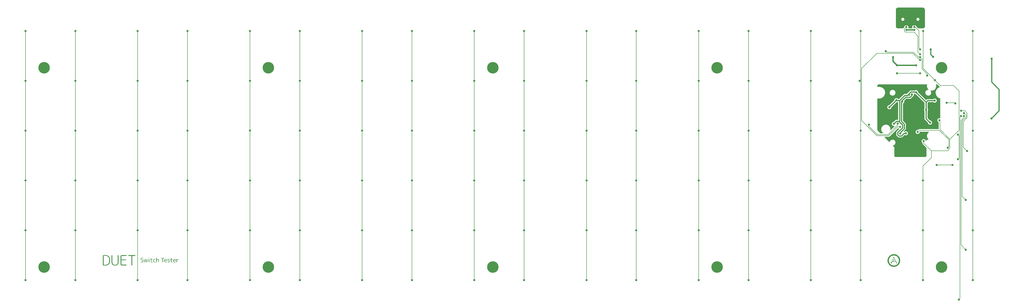
<source format=gtl>
%TF.GenerationSoftware,KiCad,Pcbnew,7.0.7*%
%TF.CreationDate,2023-09-25T11:45:10+09:00*%
%TF.ProjectId,Duet-Switch-Tester,44756574-2d53-4776-9974-63682d546573,rev?*%
%TF.SameCoordinates,Original*%
%TF.FileFunction,Copper,L1,Top*%
%TF.FilePolarity,Positive*%
%FSLAX46Y46*%
G04 Gerber Fmt 4.6, Leading zero omitted, Abs format (unit mm)*
G04 Created by KiCad (PCBNEW 7.0.7) date 2023-09-25 11:45:10*
%MOMM*%
%LPD*%
G01*
G04 APERTURE LIST*
%ADD10C,0.300000*%
%TA.AperFunction,NonConductor*%
%ADD11C,0.300000*%
%TD*%
%TA.AperFunction,EtchedComponent*%
%ADD12C,0.010000*%
%TD*%
%TA.AperFunction,ComponentPad*%
%ADD13C,4.400000*%
%TD*%
%TA.AperFunction,ComponentPad*%
%ADD14C,0.600000*%
%TD*%
%TA.AperFunction,ComponentPad*%
%ADD15O,1.000000X1.600000*%
%TD*%
%TA.AperFunction,ComponentPad*%
%ADD16O,1.000000X2.100000*%
%TD*%
%TA.AperFunction,ViaPad*%
%ADD17C,0.800000*%
%TD*%
%TA.AperFunction,Conductor*%
%ADD18C,0.381000*%
%TD*%
%TA.AperFunction,Conductor*%
%ADD19C,0.300000*%
%TD*%
%TA.AperFunction,Conductor*%
%ADD20C,0.200000*%
%TD*%
%TA.AperFunction,Conductor*%
%ADD21C,0.500000*%
%TD*%
G04 APERTURE END LIST*
D10*
D11*
G36*
X71070416Y-128752179D02*
G01*
X71183412Y-128757905D01*
X71292704Y-128767449D01*
X71398290Y-128780810D01*
X71500172Y-128797989D01*
X71598348Y-128818985D01*
X71692821Y-128843798D01*
X71783588Y-128872429D01*
X71870650Y-128904878D01*
X71954008Y-128941144D01*
X72033661Y-128981228D01*
X72109609Y-129025129D01*
X72181852Y-129072848D01*
X72250391Y-129124384D01*
X72315225Y-129179737D01*
X72376354Y-129238908D01*
X72433778Y-129301897D01*
X72487497Y-129368703D01*
X72537512Y-129439326D01*
X72583822Y-129513767D01*
X72626427Y-129592026D01*
X72665327Y-129674102D01*
X72700523Y-129759995D01*
X72732013Y-129849706D01*
X72759799Y-129943235D01*
X72783880Y-130040581D01*
X72804257Y-130141744D01*
X72820928Y-130246725D01*
X72833895Y-130355523D01*
X72843157Y-130468139D01*
X72848714Y-130584572D01*
X72850566Y-130704823D01*
X72848714Y-130831611D01*
X72843157Y-130954373D01*
X72833895Y-131073111D01*
X72820928Y-131187823D01*
X72804257Y-131298511D01*
X72783880Y-131405173D01*
X72759799Y-131507810D01*
X72732013Y-131606423D01*
X72700523Y-131701010D01*
X72665327Y-131791573D01*
X72626427Y-131878110D01*
X72583822Y-131960623D01*
X72537512Y-132039110D01*
X72487497Y-132113573D01*
X72433778Y-132184010D01*
X72376354Y-132250423D01*
X72315225Y-132312810D01*
X72250391Y-132371173D01*
X72181852Y-132425510D01*
X72109609Y-132475822D01*
X72033661Y-132522110D01*
X71954008Y-132564372D01*
X71870650Y-132602610D01*
X71783588Y-132636822D01*
X71692821Y-132667010D01*
X71598348Y-132693172D01*
X71500172Y-132715310D01*
X71398290Y-132733422D01*
X71292704Y-132747510D01*
X71183412Y-132757572D01*
X71070416Y-132763610D01*
X70953715Y-132765622D01*
X70906277Y-132765292D01*
X70857727Y-132764302D01*
X70808067Y-132762652D01*
X70757296Y-132760342D01*
X70705413Y-132757371D01*
X70652420Y-132753741D01*
X70598316Y-132749450D01*
X70561630Y-132746223D01*
X70524449Y-132742702D01*
X70486775Y-132738888D01*
X70448608Y-132734781D01*
X70409946Y-132730380D01*
X70390430Y-132728070D01*
X70347032Y-132720418D01*
X70306138Y-132708339D01*
X70267748Y-132691832D01*
X70231863Y-132670897D01*
X70198483Y-132645535D01*
X70167607Y-132615746D01*
X70155957Y-132602590D01*
X70129571Y-132567702D01*
X70107657Y-132531160D01*
X70090216Y-132492963D01*
X70077246Y-132453111D01*
X70068749Y-132411604D01*
X70068025Y-132403838D01*
X70386767Y-132403838D01*
X70406001Y-132427651D01*
X70459528Y-132436981D01*
X70512604Y-132445393D01*
X70565230Y-132452888D01*
X70617405Y-132459465D01*
X70669128Y-132465124D01*
X70720402Y-132469865D01*
X70771224Y-132473689D01*
X70821595Y-132476595D01*
X70871516Y-132478584D01*
X70920986Y-132479654D01*
X70953715Y-132479858D01*
X71004240Y-132479442D01*
X71053918Y-132478195D01*
X71102750Y-132476115D01*
X71150736Y-132473204D01*
X71197876Y-132469460D01*
X71244170Y-132464885D01*
X71289618Y-132459478D01*
X71334219Y-132453240D01*
X71377974Y-132446169D01*
X71420884Y-132438267D01*
X71462947Y-132429532D01*
X71504163Y-132419966D01*
X71544534Y-132409568D01*
X71584059Y-132398339D01*
X71622737Y-132386277D01*
X71660570Y-132373384D01*
X71697556Y-132359658D01*
X71733696Y-132345101D01*
X71768990Y-132329712D01*
X71803437Y-132313492D01*
X71837039Y-132296439D01*
X71869794Y-132278555D01*
X71901704Y-132259838D01*
X71932767Y-132240290D01*
X71992355Y-132198699D01*
X72048558Y-132153780D01*
X72101377Y-132105533D01*
X72150811Y-132053960D01*
X72197172Y-131998780D01*
X72240541Y-131939714D01*
X72261105Y-131908724D01*
X72280920Y-131876763D01*
X72299988Y-131843831D01*
X72318308Y-131809927D01*
X72335880Y-131775052D01*
X72352705Y-131739205D01*
X72368781Y-131702387D01*
X72384110Y-131664598D01*
X72398692Y-131625837D01*
X72412525Y-131586105D01*
X72425611Y-131545401D01*
X72437949Y-131503726D01*
X72449539Y-131461080D01*
X72460381Y-131417463D01*
X72470476Y-131372874D01*
X72479823Y-131327313D01*
X72488422Y-131280782D01*
X72496274Y-131233279D01*
X72503377Y-131184804D01*
X72509733Y-131135359D01*
X72515341Y-131084941D01*
X72520202Y-131033553D01*
X72524314Y-130981193D01*
X72527679Y-130927862D01*
X72530296Y-130873559D01*
X72532166Y-130818285D01*
X72533288Y-130762040D01*
X72533661Y-130704823D01*
X72533285Y-130651627D01*
X72532155Y-130599315D01*
X72530272Y-130547886D01*
X72527636Y-130497341D01*
X72524247Y-130447680D01*
X72520105Y-130398902D01*
X72515210Y-130351008D01*
X72509561Y-130303998D01*
X72503160Y-130257871D01*
X72496005Y-130212629D01*
X72488098Y-130168270D01*
X72479437Y-130124794D01*
X72470023Y-130082203D01*
X72459855Y-130040495D01*
X72448935Y-129999670D01*
X72437262Y-129959730D01*
X72424835Y-129920673D01*
X72411656Y-129882500D01*
X72397723Y-129845211D01*
X72383037Y-129808805D01*
X72367598Y-129773283D01*
X72351406Y-129738645D01*
X72334461Y-129704890D01*
X72316762Y-129672020D01*
X72298311Y-129640032D01*
X72259148Y-129578709D01*
X72216974Y-129520921D01*
X72171786Y-129466668D01*
X72148063Y-129440867D01*
X72098318Y-129391733D01*
X72045252Y-129345769D01*
X71988866Y-129302975D01*
X71929160Y-129263352D01*
X71866134Y-129226898D01*
X71833376Y-129209859D01*
X71799788Y-129193614D01*
X71765370Y-129178160D01*
X71730122Y-129163499D01*
X71694043Y-129149631D01*
X71657135Y-129136555D01*
X71619396Y-129124272D01*
X71580828Y-129112781D01*
X71541430Y-129102082D01*
X71501201Y-129092177D01*
X71460143Y-129083063D01*
X71418254Y-129074742D01*
X71375535Y-129067213D01*
X71331987Y-129060477D01*
X71287608Y-129054534D01*
X71242399Y-129049383D01*
X71196360Y-129045024D01*
X71149491Y-129041458D01*
X71101792Y-129038684D01*
X71053264Y-129036703D01*
X71003905Y-129035514D01*
X70953715Y-129035118D01*
X70904546Y-129035577D01*
X70854926Y-129036954D01*
X70804855Y-129039248D01*
X70754333Y-129042460D01*
X70703361Y-129046589D01*
X70651937Y-129051637D01*
X70600063Y-129057602D01*
X70547738Y-129064485D01*
X70494962Y-129072285D01*
X70441736Y-129081003D01*
X70406001Y-129087325D01*
X70386767Y-129111139D01*
X70386767Y-132403838D01*
X70068025Y-132403838D01*
X70064724Y-132368443D01*
X70064366Y-132350715D01*
X70064366Y-129164262D01*
X70066602Y-129120461D01*
X70073311Y-129078359D01*
X70084491Y-129037957D01*
X70100144Y-128999255D01*
X70120269Y-128962251D01*
X70144866Y-128926948D01*
X70155957Y-128913302D01*
X70185698Y-128881478D01*
X70217674Y-128854126D01*
X70251886Y-128831246D01*
X70288335Y-128812838D01*
X70327020Y-128798903D01*
X70367941Y-128789439D01*
X70384935Y-128786906D01*
X70434289Y-128780359D01*
X70484465Y-128774456D01*
X70535462Y-128769196D01*
X70587280Y-128764581D01*
X70639919Y-128760610D01*
X70693379Y-128757282D01*
X70747660Y-128754599D01*
X70784303Y-128753168D01*
X70821312Y-128752023D01*
X70858685Y-128751164D01*
X70896424Y-128750592D01*
X70934527Y-128750306D01*
X70953715Y-128750270D01*
X71070416Y-128752179D01*
G37*
G36*
X75729274Y-132416660D02*
G01*
X75684852Y-132458917D01*
X75638141Y-132498448D01*
X75589139Y-132535253D01*
X75537848Y-132569331D01*
X75484268Y-132600683D01*
X75428397Y-132629309D01*
X75370237Y-132655209D01*
X75309787Y-132678382D01*
X75247047Y-132698829D01*
X75182017Y-132716550D01*
X75114698Y-132731544D01*
X75045088Y-132743812D01*
X74973189Y-132753354D01*
X74936381Y-132757103D01*
X74899001Y-132760170D01*
X74861048Y-132762555D01*
X74822522Y-132764259D01*
X74783424Y-132765282D01*
X74743754Y-132765622D01*
X74704083Y-132765282D01*
X74664982Y-132764259D01*
X74626452Y-132762555D01*
X74588493Y-132760170D01*
X74551104Y-132757103D01*
X74514286Y-132753354D01*
X74442362Y-132743812D01*
X74372721Y-132731544D01*
X74305362Y-132716550D01*
X74240286Y-132698829D01*
X74177492Y-132678382D01*
X74116981Y-132655209D01*
X74058753Y-132629309D01*
X74002807Y-132600683D01*
X73949144Y-132569331D01*
X73897764Y-132535253D01*
X73848666Y-132498448D01*
X73801851Y-132458917D01*
X73757318Y-132416660D01*
X73715394Y-132371759D01*
X73676174Y-132324296D01*
X73639659Y-132274272D01*
X73605849Y-132221686D01*
X73574744Y-132166538D01*
X73546344Y-132108828D01*
X73520648Y-132048557D01*
X73497657Y-131985724D01*
X73477371Y-131920330D01*
X73459790Y-131852374D01*
X73444914Y-131781856D01*
X73438490Y-131745636D01*
X73432742Y-131708776D01*
X73427671Y-131671275D01*
X73423275Y-131633135D01*
X73419556Y-131594353D01*
X73416513Y-131554932D01*
X73414147Y-131514869D01*
X73412456Y-131474167D01*
X73411442Y-131432824D01*
X73411104Y-131390840D01*
X73411104Y-128963677D01*
X73415844Y-128925127D01*
X73430066Y-128889617D01*
X73453769Y-128857149D01*
X73459647Y-128851020D01*
X73488619Y-128827554D01*
X73524719Y-128810488D01*
X73560726Y-128803235D01*
X73577800Y-128802477D01*
X73616744Y-128806949D01*
X73652289Y-128820366D01*
X73684435Y-128842727D01*
X73690457Y-128848272D01*
X73716056Y-128878827D01*
X73732173Y-128914390D01*
X73738573Y-128950679D01*
X73739000Y-128963677D01*
X73739000Y-131400915D01*
X73739986Y-131466958D01*
X73742946Y-131530903D01*
X73747879Y-131592752D01*
X73754785Y-131652505D01*
X73763664Y-131710160D01*
X73774516Y-131765720D01*
X73787342Y-131819182D01*
X73802140Y-131870549D01*
X73818912Y-131919818D01*
X73837657Y-131966991D01*
X73858375Y-132012068D01*
X73881066Y-132055047D01*
X73905730Y-132095931D01*
X73932368Y-132134717D01*
X73960978Y-132171407D01*
X73991562Y-132206001D01*
X74024119Y-132238498D01*
X74058649Y-132268898D01*
X74095152Y-132297202D01*
X74133629Y-132323409D01*
X74174078Y-132347520D01*
X74216501Y-132369534D01*
X74260896Y-132389451D01*
X74307265Y-132407272D01*
X74355607Y-132422997D01*
X74405922Y-132436624D01*
X74458211Y-132448156D01*
X74512472Y-132457590D01*
X74568707Y-132464928D01*
X74626914Y-132470170D01*
X74687095Y-132473314D01*
X74749249Y-132474363D01*
X74811065Y-132473314D01*
X74870919Y-132470170D01*
X74928810Y-132464928D01*
X74984739Y-132457590D01*
X75038705Y-132448156D01*
X75090709Y-132436624D01*
X75140750Y-132422997D01*
X75188829Y-132407272D01*
X75234946Y-132389451D01*
X75279100Y-132369534D01*
X75321292Y-132347520D01*
X75361521Y-132323409D01*
X75399788Y-132297202D01*
X75436093Y-132268898D01*
X75470435Y-132238498D01*
X75502815Y-132206001D01*
X75533232Y-132171407D01*
X75561687Y-132134717D01*
X75588180Y-132095931D01*
X75612710Y-132055047D01*
X75635278Y-132012068D01*
X75655883Y-131966991D01*
X75674526Y-131919818D01*
X75691206Y-131870549D01*
X75705924Y-131819182D01*
X75718680Y-131765720D01*
X75729473Y-131710160D01*
X75738304Y-131652505D01*
X75745172Y-131592752D01*
X75750079Y-131530903D01*
X75753022Y-131466958D01*
X75754003Y-131400915D01*
X75754003Y-128963677D01*
X75757553Y-128926406D01*
X75769825Y-128889411D01*
X75790862Y-128857068D01*
X75798883Y-128848272D01*
X75829831Y-128824122D01*
X75865430Y-128808917D01*
X75905680Y-128802656D01*
X75914288Y-128802477D01*
X75952002Y-128806099D01*
X75989318Y-128818622D01*
X76021804Y-128840088D01*
X76030608Y-128848272D01*
X76054758Y-128879220D01*
X76069964Y-128914819D01*
X76076225Y-128955069D01*
X76076404Y-128963677D01*
X76076404Y-131390840D01*
X76076065Y-131432824D01*
X76075048Y-131474167D01*
X76073353Y-131514869D01*
X76070980Y-131554932D01*
X76067929Y-131594353D01*
X76064200Y-131633135D01*
X76059793Y-131671275D01*
X76054708Y-131708776D01*
X76048945Y-131745636D01*
X76042504Y-131781856D01*
X76027589Y-131852374D01*
X76009961Y-131920330D01*
X75989621Y-131985724D01*
X75966570Y-132048557D01*
X75940806Y-132108828D01*
X75912331Y-132166538D01*
X75881143Y-132221686D01*
X75847244Y-132274272D01*
X75810632Y-132324296D01*
X75771309Y-132371759D01*
X75729274Y-132416660D01*
G37*
G36*
X77204806Y-132712500D02*
G01*
X77164131Y-132710107D01*
X77125111Y-132702929D01*
X77087745Y-132690966D01*
X77052035Y-132674217D01*
X77017979Y-132652684D01*
X76985578Y-132626365D01*
X76973080Y-132614497D01*
X76944847Y-132582758D01*
X76921399Y-132549364D01*
X76902737Y-132514315D01*
X76888860Y-132477611D01*
X76879768Y-132439253D01*
X76875461Y-132399240D01*
X76875078Y-132382772D01*
X76875078Y-129133121D01*
X76877471Y-129092204D01*
X76884649Y-129053032D01*
X76896612Y-129015604D01*
X76913360Y-128979920D01*
X76934894Y-128945981D01*
X76961213Y-128913785D01*
X76973080Y-128901395D01*
X77004820Y-128872898D01*
X77038214Y-128849231D01*
X77073263Y-128830394D01*
X77109966Y-128816387D01*
X77148324Y-128807210D01*
X77188337Y-128802863D01*
X77204806Y-128802477D01*
X78972513Y-128802477D01*
X79011584Y-128807672D01*
X79045675Y-128823257D01*
X79072348Y-128846441D01*
X79095292Y-128877984D01*
X79108712Y-128913424D01*
X79112648Y-128949023D01*
X79107886Y-128987158D01*
X79093600Y-129020964D01*
X79072348Y-129047941D01*
X79042369Y-129070885D01*
X79007844Y-129084305D01*
X78972513Y-129088241D01*
X77215797Y-129088241D01*
X77197479Y-129106559D01*
X77197479Y-130435546D01*
X77215797Y-130453864D01*
X78867184Y-130453864D01*
X78905319Y-130458626D01*
X78939126Y-130472912D01*
X78966102Y-130494164D01*
X78989568Y-130524143D01*
X79003293Y-130558668D01*
X79007318Y-130593998D01*
X79002448Y-130632655D01*
X78987837Y-130666766D01*
X78966102Y-130693832D01*
X78936231Y-130716777D01*
X78902031Y-130730197D01*
X78867184Y-130734132D01*
X77215797Y-130734132D01*
X77197479Y-130746955D01*
X77197479Y-132408417D01*
X77215797Y-132426735D01*
X78972513Y-132426735D01*
X79011170Y-132431497D01*
X79045282Y-132445783D01*
X79072348Y-132467035D01*
X79095292Y-132497015D01*
X79108712Y-132531539D01*
X79112648Y-132566870D01*
X79107886Y-132605438D01*
X79093600Y-132640543D01*
X79072348Y-132669452D01*
X79042782Y-132693960D01*
X79008238Y-132708296D01*
X78972513Y-132712500D01*
X77204806Y-132712500D01*
G37*
G36*
X79925976Y-129093736D02*
G01*
X79886995Y-129088650D01*
X79851909Y-129073390D01*
X79823394Y-129050689D01*
X79798886Y-129019145D01*
X79784551Y-128983705D01*
X79780347Y-128948107D01*
X79785433Y-128909125D01*
X79800693Y-128874039D01*
X79823394Y-128845525D01*
X79854938Y-128821016D01*
X79890378Y-128806681D01*
X79925976Y-128802477D01*
X82363215Y-128802477D01*
X82402088Y-128807564D01*
X82436849Y-128822824D01*
X82464881Y-128845525D01*
X82489390Y-128877068D01*
X82503725Y-128912508D01*
X82507929Y-128948107D01*
X82502842Y-128987088D01*
X82487582Y-129022174D01*
X82464881Y-129050689D01*
X82433859Y-129075197D01*
X82398724Y-129089533D01*
X82363215Y-129093736D01*
X81323656Y-129093736D01*
X81305338Y-129111139D01*
X81305338Y-132551299D01*
X81301498Y-132589013D01*
X81288225Y-132626330D01*
X81265470Y-132658816D01*
X81256795Y-132667620D01*
X81225328Y-132691287D01*
X81190463Y-132706188D01*
X81152198Y-132712324D01*
X81144138Y-132712500D01*
X81105587Y-132708117D01*
X81070078Y-132694968D01*
X81037609Y-132673055D01*
X81031481Y-132667620D01*
X81005882Y-132636583D01*
X80989764Y-132600715D01*
X80983364Y-132564305D01*
X80982937Y-132551299D01*
X80982937Y-129111139D01*
X80964619Y-129093736D01*
X79925976Y-129093736D01*
G37*
D10*
D11*
G36*
X85019155Y-130738692D02*
G01*
X84989511Y-130728339D01*
X84960809Y-130717621D01*
X84933047Y-130706538D01*
X84906226Y-130695089D01*
X84880347Y-130683276D01*
X84855408Y-130671097D01*
X84831411Y-130658554D01*
X84808354Y-130645645D01*
X84786239Y-130632371D01*
X84765065Y-130618732D01*
X84744832Y-130604728D01*
X84725540Y-130590359D01*
X84707189Y-130575624D01*
X84689779Y-130560525D01*
X84673310Y-130545060D01*
X84657783Y-130529231D01*
X84643196Y-130513036D01*
X84629550Y-130496476D01*
X84616846Y-130479551D01*
X84605082Y-130462261D01*
X84594260Y-130444606D01*
X84584379Y-130426585D01*
X84575439Y-130408200D01*
X84567439Y-130389449D01*
X84560381Y-130370334D01*
X84554264Y-130350853D01*
X84549088Y-130331007D01*
X84544854Y-130310796D01*
X84541560Y-130290220D01*
X84539207Y-130269279D01*
X84537796Y-130247972D01*
X84537325Y-130226301D01*
X84537823Y-130201886D01*
X84539316Y-130178153D01*
X84541804Y-130155102D01*
X84545288Y-130132733D01*
X84549767Y-130111046D01*
X84555241Y-130090042D01*
X84561711Y-130069720D01*
X84569176Y-130050080D01*
X84577636Y-130031122D01*
X84587092Y-130012846D01*
X84597543Y-129995252D01*
X84608989Y-129978341D01*
X84621431Y-129962112D01*
X84634868Y-129946565D01*
X84649300Y-129931700D01*
X84664728Y-129917517D01*
X84681040Y-129904108D01*
X84698123Y-129891564D01*
X84715979Y-129879885D01*
X84734606Y-129869071D01*
X84754006Y-129859122D01*
X84774178Y-129850039D01*
X84795122Y-129841820D01*
X84816838Y-129834467D01*
X84839326Y-129827978D01*
X84862586Y-129822355D01*
X84886619Y-129817597D01*
X84911423Y-129813704D01*
X84936999Y-129810676D01*
X84963348Y-129808514D01*
X84990469Y-129807216D01*
X85018361Y-129806783D01*
X85044242Y-129807027D01*
X85069889Y-129807757D01*
X85095305Y-129808974D01*
X85120487Y-129810678D01*
X85145437Y-129812869D01*
X85170155Y-129815546D01*
X85194640Y-129818710D01*
X85218892Y-129822361D01*
X85242912Y-129826499D01*
X85266700Y-129831124D01*
X85290254Y-129836236D01*
X85313577Y-129841834D01*
X85336666Y-129847919D01*
X85359523Y-129854491D01*
X85382148Y-129861550D01*
X85404540Y-129869096D01*
X85419177Y-129875640D01*
X85434878Y-129885144D01*
X85449097Y-129896661D01*
X85460107Y-129908136D01*
X85470027Y-129921089D01*
X85478660Y-129934940D01*
X85485506Y-129949405D01*
X85490567Y-129964484D01*
X85493841Y-129980177D01*
X85495329Y-129996483D01*
X85495429Y-130002056D01*
X85493469Y-130019370D01*
X85487590Y-130034402D01*
X85477792Y-130047153D01*
X85464074Y-130057621D01*
X85448446Y-130064715D01*
X85432521Y-130067742D01*
X85416298Y-130066700D01*
X85399777Y-130061590D01*
X85376900Y-130051785D01*
X85354010Y-130042613D01*
X85331108Y-130034074D01*
X85308194Y-130026167D01*
X85285267Y-130018893D01*
X85262327Y-130012251D01*
X85239376Y-130006241D01*
X85216412Y-130000865D01*
X85193435Y-129996121D01*
X85170446Y-129992009D01*
X85147445Y-129988530D01*
X85124431Y-129985684D01*
X85101405Y-129983470D01*
X85078367Y-129981888D01*
X85055316Y-129980939D01*
X85032253Y-129980623D01*
X85015842Y-129980862D01*
X84999850Y-129981578D01*
X84976647Y-129983548D01*
X84954385Y-129986592D01*
X84933066Y-129990711D01*
X84912688Y-129995904D01*
X84893252Y-130002171D01*
X84874758Y-130009513D01*
X84857206Y-130017929D01*
X84840596Y-130027420D01*
X84824928Y-130037985D01*
X84819914Y-130041745D01*
X84805799Y-130053686D01*
X84793072Y-130066735D01*
X84781734Y-130080895D01*
X84771784Y-130096163D01*
X84763223Y-130112541D01*
X84756050Y-130130028D01*
X84750265Y-130148624D01*
X84745868Y-130168330D01*
X84742860Y-130189144D01*
X84741241Y-130211069D01*
X84740932Y-130226301D01*
X84742067Y-130252685D01*
X84745471Y-130278158D01*
X84751146Y-130302719D01*
X84759090Y-130326368D01*
X84769304Y-130349106D01*
X84781787Y-130370932D01*
X84796541Y-130391846D01*
X84813564Y-130411849D01*
X84832857Y-130430940D01*
X84854419Y-130449120D01*
X84878251Y-130466388D01*
X84904353Y-130482745D01*
X84918256Y-130490581D01*
X84932725Y-130498189D01*
X84947762Y-130505570D01*
X84963367Y-130512722D01*
X84979539Y-130519647D01*
X84996278Y-130526344D01*
X85013585Y-130532813D01*
X85031459Y-130539054D01*
X85049228Y-130544987D01*
X85066665Y-130550978D01*
X85083770Y-130557027D01*
X85100543Y-130563134D01*
X85116985Y-130569300D01*
X85133095Y-130575523D01*
X85148873Y-130581805D01*
X85164319Y-130588145D01*
X85179434Y-130594543D01*
X85194217Y-130600999D01*
X85222787Y-130614086D01*
X85250030Y-130627405D01*
X85275946Y-130640957D01*
X85300535Y-130654741D01*
X85323797Y-130668758D01*
X85345731Y-130683007D01*
X85366339Y-130697489D01*
X85385619Y-130712204D01*
X85403572Y-130727151D01*
X85420199Y-130742331D01*
X85435498Y-130757743D01*
X85449676Y-130773547D01*
X85462939Y-130789904D01*
X85475288Y-130806812D01*
X85486722Y-130824272D01*
X85497241Y-130842285D01*
X85506846Y-130860849D01*
X85515535Y-130879965D01*
X85523311Y-130899633D01*
X85530171Y-130919853D01*
X85536117Y-130940624D01*
X85541148Y-130961948D01*
X85545264Y-130983824D01*
X85548465Y-131006252D01*
X85550752Y-131029231D01*
X85552124Y-131052763D01*
X85552581Y-131076846D01*
X85552039Y-131105143D01*
X85550411Y-131132585D01*
X85547698Y-131159171D01*
X85543899Y-131184901D01*
X85539016Y-131209775D01*
X85533047Y-131233793D01*
X85525993Y-131256956D01*
X85517853Y-131279262D01*
X85508629Y-131300713D01*
X85498319Y-131321308D01*
X85486923Y-131341048D01*
X85474443Y-131359931D01*
X85460877Y-131377959D01*
X85446226Y-131395131D01*
X85430490Y-131411447D01*
X85413668Y-131426907D01*
X85395810Y-131441422D01*
X85376962Y-131455000D01*
X85357125Y-131467642D01*
X85336299Y-131479347D01*
X85314483Y-131490116D01*
X85291679Y-131499948D01*
X85267886Y-131508844D01*
X85243103Y-131516804D01*
X85217331Y-131523827D01*
X85190570Y-131529914D01*
X85162820Y-131535064D01*
X85134081Y-131539278D01*
X85104353Y-131542555D01*
X85073635Y-131544897D01*
X85041928Y-131546301D01*
X85025704Y-131546652D01*
X85009233Y-131546769D01*
X84984481Y-131546487D01*
X84960036Y-131545641D01*
X84935899Y-131544230D01*
X84912068Y-131542255D01*
X84888544Y-131539715D01*
X84865327Y-131536611D01*
X84842418Y-131532943D01*
X84819815Y-131528711D01*
X84797519Y-131523914D01*
X84775530Y-131518553D01*
X84753848Y-131512627D01*
X84732473Y-131506137D01*
X84711405Y-131499083D01*
X84690644Y-131491465D01*
X84670190Y-131483282D01*
X84650043Y-131474535D01*
X84634368Y-131466563D01*
X84620234Y-131457530D01*
X84607642Y-131447437D01*
X84593252Y-131432330D01*
X84581602Y-131415338D01*
X84572694Y-131396461D01*
X84567812Y-131381066D01*
X84564471Y-131364610D01*
X84562672Y-131347094D01*
X84562329Y-131334828D01*
X84564289Y-131317588D01*
X84570168Y-131302778D01*
X84581467Y-131289024D01*
X84593684Y-131280453D01*
X84609535Y-131273904D01*
X84625336Y-131271721D01*
X84641088Y-131273904D01*
X84656790Y-131280453D01*
X84676021Y-131291075D01*
X84695512Y-131301011D01*
X84715264Y-131310262D01*
X84735276Y-131318828D01*
X84755549Y-131326708D01*
X84776082Y-131333904D01*
X84796876Y-131340414D01*
X84817930Y-131346238D01*
X84839244Y-131351378D01*
X84860819Y-131355832D01*
X84882654Y-131359601D01*
X84904750Y-131362685D01*
X84927107Y-131365083D01*
X84949723Y-131366796D01*
X84972601Y-131367824D01*
X84995738Y-131368167D01*
X85017178Y-131367882D01*
X85037936Y-131367029D01*
X85058014Y-131365606D01*
X85077412Y-131363615D01*
X85096129Y-131361054D01*
X85114165Y-131357925D01*
X85131520Y-131354227D01*
X85148195Y-131349959D01*
X85164190Y-131345123D01*
X85179504Y-131339718D01*
X85208089Y-131327200D01*
X85233953Y-131312406D01*
X85257093Y-131295337D01*
X85277512Y-131275991D01*
X85295208Y-131254370D01*
X85310181Y-131230472D01*
X85322432Y-131204299D01*
X85331961Y-131175850D01*
X85338767Y-131145124D01*
X85341149Y-131128908D01*
X85342851Y-131112123D01*
X85343872Y-131094769D01*
X85344212Y-131076846D01*
X85343553Y-131055012D01*
X85341575Y-131033861D01*
X85338278Y-131013393D01*
X85333663Y-130993610D01*
X85327729Y-130974510D01*
X85320477Y-130956094D01*
X85311906Y-130938362D01*
X85302017Y-130921313D01*
X85290809Y-130904948D01*
X85278282Y-130889267D01*
X85269199Y-130879193D01*
X85254255Y-130864470D01*
X85237553Y-130850067D01*
X85219092Y-130835986D01*
X85205809Y-130826777D01*
X85191744Y-130817710D01*
X85176897Y-130808786D01*
X85161270Y-130800005D01*
X85144861Y-130791367D01*
X85127670Y-130782870D01*
X85109698Y-130774517D01*
X85090945Y-130766306D01*
X85071410Y-130758238D01*
X85051094Y-130750313D01*
X85029997Y-130742530D01*
X85019155Y-130738692D01*
G37*
G36*
X85988769Y-131405078D02*
G01*
X85716896Y-130416810D01*
X85713936Y-130399595D01*
X85714432Y-130383026D01*
X85718385Y-130367103D01*
X85725795Y-130351825D01*
X85731581Y-130343385D01*
X85743549Y-130330240D01*
X85757226Y-130320323D01*
X85772612Y-130313635D01*
X85789707Y-130310176D01*
X85800244Y-130309649D01*
X85816904Y-130310640D01*
X85832950Y-130313612D01*
X85848383Y-130318565D01*
X85863201Y-130325500D01*
X85877406Y-130334416D01*
X85882004Y-130337828D01*
X85894897Y-130348861D01*
X85905892Y-130361121D01*
X85914990Y-130374609D01*
X85922190Y-130389325D01*
X85927492Y-130405269D01*
X85928838Y-130410857D01*
X86155861Y-131356260D01*
X86145145Y-131357848D01*
X86134826Y-131356260D01*
X86349943Y-130433480D01*
X86355344Y-130416858D01*
X86362121Y-130401225D01*
X86370274Y-130386579D01*
X86379803Y-130372923D01*
X86390708Y-130360254D01*
X86402989Y-130348574D01*
X86408286Y-130344179D01*
X86422220Y-130334231D01*
X86436736Y-130325970D01*
X86451832Y-130319394D01*
X86467510Y-130314505D01*
X86483770Y-130311301D01*
X86500611Y-130309784D01*
X86507510Y-130309649D01*
X86524717Y-130310502D01*
X86541362Y-130313060D01*
X86557445Y-130317323D01*
X86572967Y-130323292D01*
X86587926Y-130330966D01*
X86602323Y-130340346D01*
X86607924Y-130344576D01*
X86621145Y-130355860D01*
X86632777Y-130368133D01*
X86642819Y-130381395D01*
X86651273Y-130395645D01*
X86658137Y-130410883D01*
X86663412Y-130427109D01*
X86665077Y-130433877D01*
X86878210Y-131356260D01*
X86869875Y-131347528D01*
X86859556Y-131356260D01*
X87086182Y-130408079D01*
X87091699Y-130392535D01*
X87098722Y-130378051D01*
X87107252Y-130364628D01*
X87117289Y-130352265D01*
X87128833Y-130340963D01*
X87133016Y-130337431D01*
X87146341Y-130327990D01*
X87160420Y-130320501D01*
X87177798Y-130314234D01*
X87193509Y-130310978D01*
X87209974Y-130309676D01*
X87212792Y-130309649D01*
X87229879Y-130311263D01*
X87245371Y-130316106D01*
X87259268Y-130324178D01*
X87271569Y-130335478D01*
X87277882Y-130343385D01*
X87286803Y-130358334D01*
X87292381Y-130373664D01*
X87294664Y-130391648D01*
X87293079Y-130407791D01*
X87291377Y-130414826D01*
X87019504Y-131405078D01*
X87014103Y-131420766D01*
X87007326Y-131435582D01*
X86999173Y-131449525D01*
X86989644Y-131462597D01*
X86978739Y-131474796D01*
X86966458Y-131486124D01*
X86961161Y-131490410D01*
X86947389Y-131500015D01*
X86933114Y-131507992D01*
X86918335Y-131514340D01*
X86903053Y-131519061D01*
X86887266Y-131522154D01*
X86870976Y-131523619D01*
X86864318Y-131523750D01*
X86847816Y-131522906D01*
X86831799Y-131520377D01*
X86816266Y-131516162D01*
X86801218Y-131510261D01*
X86786654Y-131502674D01*
X86772575Y-131493401D01*
X86767079Y-131489220D01*
X86754257Y-131477993D01*
X86742831Y-131465894D01*
X86732800Y-131452924D01*
X86724165Y-131439081D01*
X86716925Y-131424366D01*
X86711080Y-131408779D01*
X86709132Y-131402300D01*
X86493619Y-130493014D01*
X86503938Y-130491427D01*
X86514654Y-130493014D01*
X86299140Y-131401903D01*
X86294644Y-131417848D01*
X86288598Y-131432941D01*
X86281001Y-131447181D01*
X86271854Y-131460569D01*
X86261156Y-131473104D01*
X86248908Y-131484786D01*
X86243575Y-131489220D01*
X86229690Y-131499167D01*
X86215320Y-131507429D01*
X86200465Y-131514004D01*
X86185126Y-131518894D01*
X86169303Y-131522097D01*
X86152995Y-131523615D01*
X86146336Y-131523750D01*
X86129815Y-131522936D01*
X86113739Y-131520494D01*
X86098110Y-131516424D01*
X86082926Y-131510726D01*
X86068188Y-131503401D01*
X86053895Y-131494448D01*
X86048303Y-131490410D01*
X86035129Y-131479432D01*
X86023388Y-131467581D01*
X86013082Y-131454858D01*
X86004210Y-131441264D01*
X85996772Y-131426797D01*
X85990769Y-131411458D01*
X85988769Y-131405078D01*
G37*
G36*
X87803768Y-131492792D02*
G01*
X87790042Y-131504854D01*
X87774911Y-131513954D01*
X87758374Y-131520091D01*
X87740432Y-131523266D01*
X87729549Y-131523750D01*
X87713381Y-131522661D01*
X87695789Y-131518640D01*
X87679565Y-131511657D01*
X87664707Y-131501710D01*
X87654932Y-131492792D01*
X87643334Y-131478580D01*
X87634584Y-131463381D01*
X87628683Y-131447195D01*
X87625630Y-131430020D01*
X87625165Y-131419763D01*
X87625165Y-130413635D01*
X87626590Y-130395916D01*
X87630863Y-130379222D01*
X87637985Y-130363553D01*
X87647956Y-130348910D01*
X87654932Y-130341004D01*
X87666746Y-130330348D01*
X87681799Y-130320703D01*
X87698219Y-130314058D01*
X87716006Y-130310414D01*
X87729549Y-130309649D01*
X87745702Y-130310751D01*
X87763242Y-130314824D01*
X87779377Y-130321897D01*
X87794107Y-130331971D01*
X87803768Y-130341004D01*
X87815367Y-130355060D01*
X87824116Y-130370143D01*
X87830018Y-130386251D01*
X87833070Y-130403384D01*
X87833535Y-130413635D01*
X87833535Y-131419763D01*
X87832111Y-131437502D01*
X87827837Y-131454253D01*
X87820715Y-131470016D01*
X87810744Y-131484792D01*
X87803768Y-131492792D01*
G37*
G36*
X87803371Y-130023885D02*
G01*
X87789664Y-130035483D01*
X87774590Y-130044233D01*
X87758148Y-130050134D01*
X87740339Y-130053187D01*
X87729549Y-130053652D01*
X87713516Y-130052605D01*
X87696046Y-130048739D01*
X87679906Y-130042024D01*
X87665095Y-130032460D01*
X87655329Y-130023885D01*
X87643576Y-130010023D01*
X87634709Y-129994832D01*
X87628730Y-129978312D01*
X87625637Y-129960462D01*
X87625165Y-129949665D01*
X87625165Y-129887750D01*
X87626590Y-129870030D01*
X87630863Y-129853336D01*
X87637985Y-129837668D01*
X87647956Y-129823025D01*
X87654932Y-129815118D01*
X87666746Y-129804462D01*
X87681799Y-129794817D01*
X87698219Y-129788173D01*
X87716006Y-129784529D01*
X87729549Y-129783763D01*
X87745702Y-129784866D01*
X87763242Y-129788938D01*
X87779377Y-129796011D01*
X87794107Y-129806085D01*
X87803768Y-129815118D01*
X87815367Y-129829175D01*
X87824116Y-129844257D01*
X87830018Y-129860365D01*
X87833070Y-129877499D01*
X87833535Y-129887750D01*
X87833535Y-129949665D01*
X87832474Y-129965698D01*
X87828557Y-129983168D01*
X87821752Y-129999308D01*
X87812061Y-130014119D01*
X87803371Y-130023885D01*
G37*
G36*
X88262975Y-130518019D02*
G01*
X88246231Y-130516580D01*
X88230926Y-130512264D01*
X88215427Y-130503968D01*
X88204631Y-130494999D01*
X88194560Y-130482571D01*
X88186670Y-130466870D01*
X88182713Y-130451385D01*
X88181612Y-130436655D01*
X88183050Y-130419936D01*
X88188108Y-130402906D01*
X88196808Y-130387760D01*
X88204631Y-130378709D01*
X88217059Y-130368464D01*
X88232760Y-130360437D01*
X88248245Y-130356412D01*
X88262975Y-130355292D01*
X88429671Y-130355292D01*
X88437609Y-130347354D01*
X88437609Y-130020313D01*
X88438995Y-130002707D01*
X88443154Y-129986355D01*
X88450086Y-129971256D01*
X88459791Y-129957411D01*
X88466582Y-129950062D01*
X88479865Y-129938773D01*
X88494364Y-129930256D01*
X88510079Y-129924513D01*
X88527009Y-129921542D01*
X88537229Y-129921089D01*
X88554854Y-129922475D01*
X88571263Y-129926635D01*
X88586456Y-129933567D01*
X88600435Y-129943272D01*
X88607876Y-129950062D01*
X88619166Y-129963191D01*
X88627682Y-129977574D01*
X88633426Y-129993209D01*
X88636397Y-130010099D01*
X88636850Y-130020313D01*
X88636850Y-130347354D01*
X88644788Y-130355292D01*
X88987704Y-130355292D01*
X89004424Y-130356755D01*
X89021454Y-130361901D01*
X89036600Y-130370750D01*
X89045651Y-130378709D01*
X89055896Y-130390963D01*
X89063923Y-130406528D01*
X89067947Y-130421944D01*
X89069068Y-130436655D01*
X89067604Y-130453399D01*
X89063214Y-130468704D01*
X89054775Y-130484203D01*
X89045651Y-130494999D01*
X89031761Y-130506126D01*
X89015986Y-130513612D01*
X89000383Y-130517209D01*
X88987704Y-130518019D01*
X88644788Y-130518019D01*
X88636850Y-130525560D01*
X88636850Y-131129236D01*
X88637006Y-131148791D01*
X88637476Y-131167468D01*
X88638259Y-131185268D01*
X88639355Y-131202190D01*
X88640764Y-131218235D01*
X88643465Y-131240657D01*
X88646871Y-131261104D01*
X88650982Y-131279578D01*
X88655797Y-131296076D01*
X88663313Y-131315003D01*
X88672082Y-131330420D01*
X88676936Y-131336812D01*
X88691352Y-131350419D01*
X88705607Y-131359643D01*
X88722279Y-131367392D01*
X88741371Y-131373665D01*
X88757276Y-131377401D01*
X88774542Y-131380307D01*
X88793169Y-131382382D01*
X88813156Y-131383627D01*
X88834503Y-131384043D01*
X88851985Y-131383869D01*
X88868711Y-131383348D01*
X88884679Y-131382480D01*
X88903576Y-131380906D01*
X88921291Y-131378790D01*
X88937824Y-131376131D01*
X88953175Y-131372930D01*
X88969859Y-131371688D01*
X88985979Y-131374213D01*
X89001533Y-131380506D01*
X89009931Y-131385630D01*
X89022977Y-131396967D01*
X89031754Y-131410439D01*
X89036261Y-131426046D01*
X89036919Y-131435639D01*
X89035530Y-131453425D01*
X89031363Y-131470268D01*
X89024417Y-131486169D01*
X89014693Y-131501127D01*
X89002811Y-131513976D01*
X88989391Y-131523948D01*
X88974433Y-131531042D01*
X88957937Y-131535259D01*
X88942260Y-131537957D01*
X88925590Y-131540295D01*
X88907929Y-131542273D01*
X88889275Y-131543892D01*
X88869628Y-131545151D01*
X88848990Y-131546050D01*
X88832860Y-131546488D01*
X88816172Y-131546724D01*
X88804736Y-131546769D01*
X88779383Y-131546428D01*
X88755019Y-131545405D01*
X88731644Y-131543700D01*
X88709258Y-131541312D01*
X88687861Y-131538242D01*
X88667454Y-131534490D01*
X88648036Y-131530056D01*
X88629606Y-131524940D01*
X88612166Y-131519142D01*
X88595715Y-131512661D01*
X88580253Y-131505499D01*
X88565781Y-131497654D01*
X88552297Y-131489127D01*
X88533926Y-131475057D01*
X88517781Y-131459453D01*
X88503454Y-131441785D01*
X88490535Y-131421676D01*
X88482706Y-131406914D01*
X88475503Y-131391066D01*
X88468926Y-131374133D01*
X88462976Y-131356114D01*
X88457652Y-131337011D01*
X88452954Y-131316822D01*
X88448883Y-131295547D01*
X88445438Y-131273188D01*
X88442619Y-131249743D01*
X88440427Y-131225213D01*
X88438861Y-131199598D01*
X88437922Y-131172898D01*
X88437609Y-131145112D01*
X88437609Y-130525560D01*
X88429671Y-130518019D01*
X88262975Y-130518019D01*
G37*
G36*
X89850950Y-131546769D02*
G01*
X89833859Y-131546613D01*
X89817014Y-131546143D01*
X89800417Y-131545360D01*
X89784067Y-131544264D01*
X89767965Y-131542855D01*
X89752110Y-131541132D01*
X89721141Y-131536748D01*
X89691161Y-131531111D01*
X89662171Y-131524221D01*
X89634170Y-131516078D01*
X89607158Y-131506683D01*
X89581135Y-131496035D01*
X89556101Y-131484134D01*
X89532056Y-131470981D01*
X89509001Y-131456575D01*
X89486934Y-131440916D01*
X89465857Y-131424005D01*
X89445769Y-131405841D01*
X89426670Y-131386424D01*
X89408647Y-131365751D01*
X89391787Y-131343919D01*
X89376089Y-131320927D01*
X89361554Y-131296775D01*
X89348182Y-131271464D01*
X89335973Y-131244993D01*
X89324927Y-131217362D01*
X89315043Y-131188572D01*
X89306323Y-131158622D01*
X89302398Y-131143212D01*
X89298764Y-131127512D01*
X89295421Y-131111522D01*
X89292369Y-131095243D01*
X89289608Y-131078673D01*
X89287137Y-131061814D01*
X89284956Y-131044664D01*
X89283067Y-131027225D01*
X89281468Y-131009496D01*
X89280160Y-130991477D01*
X89279143Y-130973168D01*
X89278416Y-130954568D01*
X89277980Y-130935680D01*
X89277834Y-130916501D01*
X89277975Y-130897492D01*
X89278397Y-130878766D01*
X89279101Y-130860323D01*
X89280086Y-130842164D01*
X89281352Y-130824287D01*
X89282900Y-130806693D01*
X89284729Y-130789382D01*
X89286839Y-130772354D01*
X89289231Y-130755608D01*
X89291904Y-130739146D01*
X89294859Y-130722967D01*
X89298095Y-130707071D01*
X89301612Y-130691457D01*
X89309491Y-130661079D01*
X89318496Y-130631833D01*
X89328626Y-130603719D01*
X89339881Y-130576736D01*
X89352263Y-130550885D01*
X89365769Y-130526166D01*
X89380402Y-130502579D01*
X89396160Y-130480123D01*
X89413043Y-130458799D01*
X89421907Y-130448562D01*
X89440423Y-130428953D01*
X89459854Y-130410609D01*
X89480200Y-130393530D01*
X89501460Y-130377716D01*
X89523635Y-130363168D01*
X89546724Y-130349884D01*
X89570729Y-130337866D01*
X89595648Y-130327112D01*
X89621482Y-130317624D01*
X89648230Y-130309401D01*
X89675893Y-130302443D01*
X89704471Y-130296750D01*
X89733964Y-130292322D01*
X89764371Y-130289159D01*
X89795694Y-130287261D01*
X89811698Y-130286787D01*
X89827930Y-130286629D01*
X89850598Y-130286856D01*
X89873502Y-130287536D01*
X89896644Y-130288670D01*
X89920022Y-130290257D01*
X89943638Y-130292297D01*
X89959514Y-130293910D01*
X89975495Y-130295724D01*
X89991582Y-130297739D01*
X90007774Y-130299956D01*
X90024072Y-130302375D01*
X90040474Y-130304995D01*
X90056983Y-130307817D01*
X90073597Y-130310840D01*
X90081943Y-130312427D01*
X90099282Y-130317587D01*
X90115183Y-130325525D01*
X90129645Y-130336241D01*
X90141119Y-130347896D01*
X90142668Y-130349735D01*
X90152411Y-130363059D01*
X90159761Y-130377333D01*
X90164718Y-130392557D01*
X90167282Y-130408730D01*
X90167672Y-130418398D01*
X90165837Y-130434547D01*
X90159383Y-130450520D01*
X90148283Y-130464170D01*
X90138302Y-130471979D01*
X90123567Y-130479817D01*
X90106398Y-130484603D01*
X90088600Y-130485120D01*
X90076386Y-130483092D01*
X90054746Y-130477843D01*
X90032987Y-130473111D01*
X90011109Y-130468894D01*
X89989113Y-130465194D01*
X89966998Y-130462011D01*
X89944765Y-130459343D01*
X89922413Y-130457192D01*
X89899942Y-130455557D01*
X89877353Y-130454439D01*
X89854645Y-130453836D01*
X89839440Y-130453722D01*
X89817708Y-130454174D01*
X89796666Y-130455529D01*
X89776313Y-130457789D01*
X89756651Y-130460953D01*
X89737678Y-130465020D01*
X89719395Y-130469991D01*
X89701802Y-130475866D01*
X89684900Y-130482645D01*
X89668687Y-130490328D01*
X89653163Y-130498915D01*
X89638330Y-130508405D01*
X89624187Y-130518800D01*
X89610734Y-130530098D01*
X89597970Y-130542300D01*
X89585897Y-130555406D01*
X89574513Y-130569416D01*
X89563820Y-130584330D01*
X89553816Y-130600148D01*
X89544502Y-130616869D01*
X89535878Y-130634495D01*
X89527944Y-130653024D01*
X89520700Y-130672457D01*
X89514146Y-130692794D01*
X89508281Y-130714035D01*
X89503107Y-130736180D01*
X89498623Y-130759228D01*
X89494828Y-130783181D01*
X89491723Y-130808037D01*
X89489309Y-130833797D01*
X89487584Y-130860461D01*
X89486549Y-130888029D01*
X89486204Y-130916501D01*
X89486565Y-130946249D01*
X89487649Y-130974968D01*
X89489455Y-131002658D01*
X89491984Y-131029318D01*
X89495235Y-131054949D01*
X89499209Y-131079550D01*
X89503905Y-131103122D01*
X89509323Y-131125664D01*
X89515464Y-131147177D01*
X89522328Y-131167661D01*
X89529914Y-131187115D01*
X89538222Y-131205539D01*
X89547253Y-131222934D01*
X89557006Y-131239300D01*
X89567482Y-131254636D01*
X89578681Y-131268943D01*
X89590671Y-131282304D01*
X89603424Y-131294803D01*
X89616941Y-131306440D01*
X89631220Y-131317215D01*
X89646261Y-131327129D01*
X89662066Y-131336180D01*
X89678633Y-131344369D01*
X89695963Y-131351696D01*
X89714056Y-131358161D01*
X89732911Y-131363764D01*
X89752530Y-131368505D01*
X89772911Y-131372384D01*
X89794055Y-131375401D01*
X89815962Y-131377556D01*
X89838631Y-131378849D01*
X89862063Y-131379280D01*
X89885526Y-131378987D01*
X89908584Y-131378108D01*
X89931237Y-131376643D01*
X89953486Y-131374592D01*
X89975329Y-131371954D01*
X89996769Y-131368731D01*
X90017803Y-131364922D01*
X90038433Y-131360527D01*
X90058659Y-131355545D01*
X90078479Y-131349978D01*
X90091468Y-131345941D01*
X90108662Y-131341947D01*
X90125417Y-131342913D01*
X90141732Y-131348840D01*
X90150606Y-131354275D01*
X90162934Y-131365091D01*
X90172593Y-131379393D01*
X90177795Y-131395956D01*
X90178785Y-131408253D01*
X90177684Y-131424736D01*
X90174379Y-131440496D01*
X90168871Y-131455535D01*
X90161161Y-131469852D01*
X90155765Y-131477710D01*
X90144934Y-131490112D01*
X90132584Y-131500576D01*
X90118715Y-131509104D01*
X90103326Y-131515694D01*
X90093850Y-131518590D01*
X90073236Y-131523626D01*
X90052176Y-131528167D01*
X90030669Y-131532212D01*
X90008716Y-131535762D01*
X89986316Y-131538816D01*
X89963470Y-131541376D01*
X89940177Y-131543440D01*
X89916438Y-131545008D01*
X89900364Y-131545779D01*
X89884091Y-131546329D01*
X89867620Y-131546659D01*
X89850950Y-131546769D01*
G37*
G36*
X90662600Y-131494776D02*
G01*
X90649452Y-131506066D01*
X90635013Y-131514582D01*
X90619282Y-131520326D01*
X90602259Y-131523297D01*
X90591953Y-131523750D01*
X90574271Y-131522382D01*
X90557691Y-131518280D01*
X90542212Y-131511443D01*
X90527835Y-131501871D01*
X90520115Y-131495173D01*
X90508516Y-131481871D01*
X90499766Y-131467314D01*
X90493865Y-131451505D01*
X90490813Y-131434442D01*
X90490348Y-131424129D01*
X90490348Y-129883384D01*
X90491772Y-129865624D01*
X90496045Y-129849155D01*
X90503167Y-129833978D01*
X90513138Y-129820092D01*
X90520115Y-129812737D01*
X90533862Y-129801447D01*
X90548711Y-129792931D01*
X90564662Y-129787187D01*
X90581714Y-129784216D01*
X90591953Y-129783763D01*
X90609713Y-129785150D01*
X90626182Y-129789309D01*
X90641359Y-129796241D01*
X90655245Y-129805946D01*
X90662600Y-129812737D01*
X90673889Y-129826020D01*
X90682406Y-129840519D01*
X90688150Y-129856234D01*
X90691120Y-129873164D01*
X90691573Y-129883384D01*
X90691573Y-130500555D01*
X90680857Y-130498174D01*
X90676491Y-130492220D01*
X90687038Y-130479572D01*
X90697694Y-130467325D01*
X90708458Y-130455479D01*
X90730312Y-130432992D01*
X90752600Y-130412112D01*
X90775323Y-130392838D01*
X90798479Y-130375170D01*
X90822069Y-130359108D01*
X90846094Y-130344652D01*
X90870552Y-130331803D01*
X90895445Y-130320560D01*
X90920772Y-130310922D01*
X90946533Y-130302892D01*
X90972728Y-130296467D01*
X90999357Y-130291648D01*
X91026420Y-130288436D01*
X91053918Y-130286830D01*
X91067829Y-130286629D01*
X91094113Y-130287097D01*
X91119481Y-130288502D01*
X91143935Y-130290843D01*
X91167475Y-130294120D01*
X91190099Y-130298334D01*
X91211809Y-130303485D01*
X91232604Y-130309571D01*
X91252484Y-130316594D01*
X91271450Y-130324554D01*
X91289501Y-130333450D01*
X91306637Y-130343283D01*
X91322859Y-130354051D01*
X91338166Y-130365757D01*
X91352558Y-130378398D01*
X91366035Y-130391977D01*
X91378598Y-130406491D01*
X91390373Y-130422037D01*
X91401388Y-130438807D01*
X91411644Y-130456802D01*
X91421140Y-130476022D01*
X91429876Y-130496467D01*
X91437853Y-130518136D01*
X91445070Y-130541031D01*
X91451527Y-130565150D01*
X91457225Y-130590494D01*
X91462163Y-130617062D01*
X91466341Y-130644856D01*
X91469759Y-130673874D01*
X91472418Y-130704117D01*
X91474318Y-130735585D01*
X91474982Y-130751778D01*
X91475457Y-130768278D01*
X91475742Y-130785083D01*
X91475837Y-130802195D01*
X91475837Y-131424129D01*
X91474507Y-131441754D01*
X91470519Y-131458163D01*
X91463872Y-131473356D01*
X91454566Y-131487334D01*
X91448054Y-131494776D01*
X91435370Y-131506066D01*
X91421281Y-131514582D01*
X91405786Y-131520326D01*
X91388886Y-131523297D01*
X91378598Y-131523750D01*
X91360973Y-131522363D01*
X91344564Y-131518204D01*
X91329370Y-131511272D01*
X91315392Y-131501567D01*
X91307950Y-131494776D01*
X91296661Y-131481493D01*
X91288145Y-131466994D01*
X91282401Y-131451279D01*
X91279430Y-131434349D01*
X91278977Y-131424129D01*
X91278977Y-130831962D01*
X91278752Y-130804276D01*
X91278078Y-130777774D01*
X91276954Y-130752456D01*
X91275380Y-130728323D01*
X91273357Y-130705374D01*
X91270884Y-130683610D01*
X91267962Y-130663031D01*
X91264590Y-130643636D01*
X91260768Y-130625425D01*
X91256497Y-130608399D01*
X91251776Y-130592557D01*
X91243852Y-130571016D01*
X91234916Y-130552139D01*
X91224968Y-130535928D01*
X91221427Y-130531116D01*
X91209961Y-130517710D01*
X91196995Y-130505623D01*
X91182529Y-130494855D01*
X91166563Y-130485405D01*
X91149097Y-130477274D01*
X91130131Y-130470461D01*
X91109665Y-130464967D01*
X91087699Y-130460791D01*
X91064233Y-130457934D01*
X91047755Y-130456762D01*
X91030611Y-130456176D01*
X91021789Y-130456103D01*
X91000551Y-130457066D01*
X90979404Y-130459954D01*
X90958347Y-130464768D01*
X90937381Y-130471507D01*
X90916506Y-130480172D01*
X90895721Y-130490763D01*
X90881915Y-130498893D01*
X90868149Y-130507879D01*
X90854424Y-130517721D01*
X90840739Y-130528418D01*
X90827094Y-130539972D01*
X90813490Y-130552381D01*
X90799925Y-130565646D01*
X90786805Y-130579308D01*
X90774530Y-130593007D01*
X90763103Y-130606743D01*
X90752521Y-130620517D01*
X90742786Y-130634327D01*
X90733898Y-130648175D01*
X90725856Y-130662060D01*
X90715381Y-130682958D01*
X90706810Y-130703939D01*
X90700144Y-130725004D01*
X90695382Y-130746152D01*
X90692525Y-130767385D01*
X90691573Y-130788701D01*
X90691573Y-131424129D01*
X90690187Y-131441754D01*
X90686027Y-131458163D01*
X90679095Y-131473356D01*
X90669390Y-131487334D01*
X90662600Y-131494776D01*
G37*
G36*
X92444657Y-130010390D02*
G01*
X92426846Y-130008728D01*
X92410325Y-130003742D01*
X92395094Y-129995432D01*
X92381154Y-129983798D01*
X92370792Y-129971652D01*
X92362067Y-129956514D01*
X92356665Y-129940036D01*
X92354588Y-129922220D01*
X92354562Y-129919898D01*
X92356224Y-129901914D01*
X92361210Y-129885269D01*
X92369520Y-129869964D01*
X92381154Y-129855998D01*
X92393281Y-129845637D01*
X92408351Y-129836911D01*
X92424710Y-129831510D01*
X92442360Y-129829432D01*
X92444657Y-129829406D01*
X93464279Y-129829406D01*
X93482263Y-129831068D01*
X93498908Y-129836054D01*
X93514213Y-129844364D01*
X93528179Y-129855998D01*
X93538541Y-129868145D01*
X93547266Y-129883283D01*
X93552667Y-129899760D01*
X93554745Y-129917577D01*
X93554771Y-129919898D01*
X93553109Y-129937883D01*
X93548123Y-129954527D01*
X93539813Y-129969833D01*
X93528179Y-129983798D01*
X93516032Y-129994160D01*
X93500894Y-130002885D01*
X93484417Y-130008287D01*
X93466600Y-130010364D01*
X93464279Y-130010390D01*
X93066591Y-130010390D01*
X93058653Y-130018328D01*
X93058653Y-131419763D01*
X93057228Y-131437502D01*
X93052955Y-131454253D01*
X93045833Y-131470016D01*
X93035862Y-131484792D01*
X93028886Y-131492792D01*
X93015160Y-131504854D01*
X93000029Y-131513954D01*
X92983492Y-131520091D01*
X92965550Y-131523266D01*
X92954666Y-131523750D01*
X92938513Y-131522661D01*
X92920972Y-131518640D01*
X92904837Y-131511657D01*
X92890108Y-131501710D01*
X92880447Y-131492792D01*
X92868848Y-131478580D01*
X92860098Y-131463381D01*
X92854197Y-131447195D01*
X92851145Y-131430020D01*
X92850680Y-131419763D01*
X92850680Y-130018328D01*
X92842742Y-130010390D01*
X92444657Y-130010390D01*
G37*
G36*
X94112306Y-130287161D02*
G01*
X94139933Y-130288756D01*
X94166712Y-130291415D01*
X94192643Y-130295137D01*
X94217725Y-130299923D01*
X94241960Y-130305773D01*
X94265346Y-130312686D01*
X94287885Y-130320663D01*
X94309575Y-130329703D01*
X94330418Y-130339807D01*
X94350412Y-130350974D01*
X94369558Y-130363205D01*
X94387857Y-130376499D01*
X94405307Y-130390857D01*
X94421909Y-130406279D01*
X94437663Y-130422764D01*
X94452569Y-130440312D01*
X94466627Y-130458925D01*
X94479837Y-130478600D01*
X94492199Y-130499340D01*
X94503713Y-130521143D01*
X94514378Y-130544009D01*
X94524196Y-130567939D01*
X94533166Y-130592932D01*
X94541287Y-130618989D01*
X94548561Y-130646110D01*
X94554987Y-130674294D01*
X94560564Y-130703542D01*
X94565293Y-130733853D01*
X94569175Y-130765228D01*
X94572208Y-130797666D01*
X94574393Y-130831168D01*
X94574118Y-130849794D01*
X94571556Y-130867470D01*
X94566707Y-130884197D01*
X94559572Y-130899974D01*
X94550149Y-130914801D01*
X94538440Y-130928679D01*
X94533116Y-130933964D01*
X94518961Y-130945855D01*
X94504031Y-130955731D01*
X94488326Y-130963592D01*
X94471846Y-130969437D01*
X94454590Y-130973266D01*
X94436559Y-130975080D01*
X94429130Y-130975241D01*
X93752424Y-130975241D01*
X93746868Y-130982385D01*
X93748461Y-131007390D01*
X93750759Y-131031600D01*
X93753763Y-131055017D01*
X93757472Y-131077640D01*
X93761887Y-131099469D01*
X93767007Y-131120505D01*
X93772833Y-131140746D01*
X93779364Y-131160194D01*
X93786600Y-131178848D01*
X93794542Y-131196708D01*
X93803189Y-131213775D01*
X93812542Y-131230047D01*
X93822600Y-131245526D01*
X93833363Y-131260211D01*
X93844832Y-131274103D01*
X93857006Y-131287200D01*
X93869886Y-131299504D01*
X93883471Y-131311014D01*
X93897762Y-131321730D01*
X93912758Y-131331653D01*
X93928459Y-131340781D01*
X93944866Y-131349116D01*
X93961978Y-131356657D01*
X93979795Y-131363404D01*
X93998319Y-131369357D01*
X94017547Y-131374517D01*
X94037481Y-131378883D01*
X94058120Y-131382455D01*
X94079465Y-131385233D01*
X94101515Y-131387218D01*
X94124271Y-131388408D01*
X94147732Y-131388805D01*
X94163829Y-131388621D01*
X94179973Y-131388067D01*
X94196164Y-131387145D01*
X94212401Y-131385853D01*
X94228684Y-131384193D01*
X94245014Y-131382164D01*
X94261391Y-131379765D01*
X94277814Y-131376998D01*
X94294283Y-131373861D01*
X94310799Y-131370356D01*
X94327362Y-131366482D01*
X94343971Y-131362238D01*
X94360627Y-131357626D01*
X94377329Y-131352645D01*
X94394078Y-131347294D01*
X94410873Y-131341575D01*
X94426352Y-131337854D01*
X94443291Y-131338056D01*
X94459728Y-131342905D01*
X94470407Y-131348719D01*
X94482909Y-131358865D01*
X94492704Y-131372710D01*
X94497979Y-131389129D01*
X94498983Y-131401506D01*
X94497724Y-131422293D01*
X94493948Y-131440997D01*
X94487653Y-131457617D01*
X94478841Y-131472153D01*
X94467511Y-131484606D01*
X94453663Y-131494975D01*
X94437297Y-131503260D01*
X94418414Y-131509461D01*
X94399992Y-131513979D01*
X94381639Y-131518205D01*
X94363354Y-131522140D01*
X94345137Y-131525784D01*
X94326988Y-131529135D01*
X94308908Y-131532196D01*
X94290896Y-131534965D01*
X94272952Y-131537442D01*
X94255076Y-131539628D01*
X94237268Y-131541523D01*
X94219529Y-131543126D01*
X94201858Y-131544438D01*
X94184255Y-131545458D01*
X94166720Y-131546186D01*
X94149254Y-131546624D01*
X94131856Y-131546769D01*
X94114079Y-131546615D01*
X94096569Y-131546152D01*
X94079326Y-131545381D01*
X94062350Y-131544301D01*
X94045640Y-131542913D01*
X94029196Y-131541216D01*
X94013020Y-131539211D01*
X93997110Y-131536897D01*
X93966090Y-131531343D01*
X93936137Y-131524556D01*
X93907251Y-131516534D01*
X93879431Y-131507278D01*
X93852678Y-131496789D01*
X93826991Y-131485065D01*
X93802371Y-131472107D01*
X93778818Y-131457915D01*
X93756331Y-131442488D01*
X93734912Y-131425828D01*
X93714558Y-131407934D01*
X93695272Y-131388805D01*
X93677104Y-131368402D01*
X93660109Y-131346784D01*
X93644286Y-131323950D01*
X93629635Y-131299901D01*
X93616156Y-131274636D01*
X93603849Y-131248156D01*
X93592715Y-131220460D01*
X93582752Y-131191549D01*
X93573961Y-131161422D01*
X93570006Y-131145903D01*
X93566343Y-131130080D01*
X93562973Y-131113953D01*
X93559896Y-131097522D01*
X93557113Y-131080787D01*
X93554622Y-131063749D01*
X93552424Y-131046406D01*
X93550520Y-131028760D01*
X93548908Y-131010810D01*
X93547590Y-130992556D01*
X93546564Y-130973998D01*
X93545832Y-130955136D01*
X93545392Y-130935970D01*
X93545245Y-130916501D01*
X93545386Y-130896499D01*
X93545808Y-130876827D01*
X93546512Y-130857485D01*
X93547497Y-130838474D01*
X93548763Y-130819793D01*
X93549611Y-130809736D01*
X93749249Y-130809736D01*
X93757187Y-130814896D01*
X94371977Y-130814896D01*
X94377534Y-130809736D01*
X94376430Y-130787271D01*
X94374805Y-130765520D01*
X94372659Y-130744481D01*
X94369993Y-130724156D01*
X94366805Y-130704543D01*
X94363096Y-130685644D01*
X94358867Y-130667459D01*
X94354117Y-130649986D01*
X94348845Y-130633226D01*
X94343053Y-130617180D01*
X94336740Y-130601847D01*
X94329906Y-130587227D01*
X94314675Y-130560127D01*
X94297361Y-130535879D01*
X94277963Y-130514484D01*
X94256481Y-130495941D01*
X94232915Y-130480252D01*
X94207266Y-130467414D01*
X94179533Y-130457430D01*
X94149716Y-130450298D01*
X94134026Y-130447802D01*
X94117816Y-130446019D01*
X94101084Y-130444950D01*
X94083831Y-130444593D01*
X94065001Y-130444950D01*
X94046711Y-130446019D01*
X94028961Y-130447802D01*
X94011752Y-130450298D01*
X93995083Y-130453508D01*
X93978954Y-130457430D01*
X93963365Y-130462066D01*
X93948317Y-130467414D01*
X93919841Y-130480252D01*
X93893527Y-130495941D01*
X93869374Y-130514484D01*
X93847382Y-130535879D01*
X93827551Y-130560127D01*
X93818446Y-130573320D01*
X93809881Y-130587227D01*
X93801857Y-130601847D01*
X93794373Y-130617180D01*
X93787429Y-130633226D01*
X93781026Y-130649986D01*
X93775163Y-130667459D01*
X93769840Y-130685644D01*
X93765057Y-130704543D01*
X93760815Y-130724156D01*
X93757113Y-130744481D01*
X93753952Y-130765520D01*
X93751330Y-130787271D01*
X93749249Y-130809736D01*
X93549611Y-130809736D01*
X93550311Y-130801442D01*
X93552140Y-130783421D01*
X93554250Y-130765730D01*
X93556642Y-130748370D01*
X93559315Y-130731340D01*
X93562270Y-130714640D01*
X93565506Y-130698271D01*
X93569023Y-130682231D01*
X93572822Y-130666522D01*
X93576902Y-130651143D01*
X93585907Y-130621376D01*
X93596037Y-130592930D01*
X93607292Y-130565805D01*
X93619674Y-130540000D01*
X93633181Y-130515517D01*
X93647813Y-130492354D01*
X93663571Y-130470513D01*
X93680454Y-130449992D01*
X93689318Y-130440227D01*
X93707789Y-130421627D01*
X93727085Y-130404228D01*
X93747206Y-130388028D01*
X93768151Y-130373028D01*
X93789922Y-130359228D01*
X93812517Y-130346628D01*
X93835937Y-130335228D01*
X93860181Y-130325029D01*
X93885251Y-130316029D01*
X93911145Y-130308229D01*
X93937864Y-130301629D01*
X93965408Y-130296229D01*
X93993777Y-130292029D01*
X94022970Y-130289029D01*
X94052988Y-130287229D01*
X94083831Y-130286629D01*
X94112306Y-130287161D01*
G37*
G36*
X95204662Y-130990720D02*
G01*
X95177075Y-130983895D01*
X95150473Y-130976816D01*
X95124858Y-130969483D01*
X95100229Y-130961896D01*
X95076586Y-130954054D01*
X95053929Y-130945958D01*
X95032258Y-130937607D01*
X95011573Y-130929003D01*
X94991874Y-130920144D01*
X94973161Y-130911031D01*
X94955434Y-130901664D01*
X94938693Y-130892042D01*
X94922938Y-130882166D01*
X94908169Y-130872036D01*
X94894386Y-130861652D01*
X94881590Y-130851013D01*
X94869719Y-130839996D01*
X94858613Y-130828576D01*
X94843391Y-130810690D01*
X94829893Y-130791898D01*
X94818117Y-130772198D01*
X94808065Y-130751591D01*
X94799736Y-130730077D01*
X94793130Y-130707657D01*
X94788248Y-130684329D01*
X94785950Y-130668273D01*
X94784418Y-130651815D01*
X94783652Y-130634953D01*
X94783557Y-130626371D01*
X94784014Y-130606982D01*
X94785386Y-130588108D01*
X94787673Y-130569748D01*
X94790874Y-130551903D01*
X94794991Y-130534573D01*
X94800022Y-130517758D01*
X94805967Y-130501457D01*
X94812828Y-130485672D01*
X94820603Y-130470400D01*
X94829293Y-130455644D01*
X94838897Y-130441402D01*
X94849416Y-130427675D01*
X94860850Y-130414463D01*
X94873199Y-130401766D01*
X94886463Y-130389583D01*
X94900641Y-130377915D01*
X94915706Y-130366861D01*
X94931530Y-130356520D01*
X94948115Y-130346892D01*
X94965458Y-130337977D01*
X94983562Y-130329776D01*
X95002426Y-130322287D01*
X95022049Y-130315512D01*
X95042431Y-130309450D01*
X95063574Y-130304102D01*
X95085476Y-130299466D01*
X95108137Y-130295544D01*
X95131559Y-130292334D01*
X95155740Y-130289838D01*
X95180681Y-130288055D01*
X95206381Y-130286986D01*
X95232841Y-130286629D01*
X95252728Y-130286792D01*
X95272599Y-130287280D01*
X95292455Y-130288094D01*
X95312295Y-130289234D01*
X95332119Y-130290699D01*
X95351928Y-130292489D01*
X95371722Y-130294606D01*
X95391500Y-130297047D01*
X95411263Y-130299815D01*
X95431010Y-130302908D01*
X95450741Y-130306326D01*
X95470457Y-130310071D01*
X95490158Y-130314140D01*
X95509843Y-130318536D01*
X95529512Y-130323256D01*
X95549166Y-130328303D01*
X95567957Y-130334473D01*
X95584242Y-130342666D01*
X95598022Y-130352879D01*
X95609296Y-130365115D01*
X95618065Y-130379372D01*
X95624328Y-130395651D01*
X95628086Y-130413952D01*
X95629339Y-130434274D01*
X95627727Y-130450274D01*
X95622058Y-130465723D01*
X95612308Y-130478473D01*
X95603541Y-130485473D01*
X95588656Y-130493095D01*
X95572579Y-130496761D01*
X95555308Y-130496472D01*
X95545198Y-130494602D01*
X95526449Y-130489123D01*
X95507710Y-130483997D01*
X95488980Y-130479225D01*
X95470259Y-130474807D01*
X95451547Y-130470742D01*
X95432845Y-130467030D01*
X95414153Y-130463672D01*
X95395469Y-130460667D01*
X95376795Y-130458016D01*
X95358130Y-130455718D01*
X95339474Y-130453774D01*
X95320828Y-130452184D01*
X95302191Y-130450946D01*
X95283563Y-130450063D01*
X95264945Y-130449532D01*
X95246336Y-130449356D01*
X95230244Y-130449515D01*
X95199593Y-130450789D01*
X95170986Y-130453338D01*
X95144422Y-130457161D01*
X95119901Y-130462259D01*
X95097424Y-130468631D01*
X95076990Y-130476278D01*
X95058600Y-130485198D01*
X95042253Y-130495394D01*
X95027949Y-130506863D01*
X95015689Y-130519607D01*
X95005472Y-130533626D01*
X94997298Y-130548919D01*
X94991168Y-130565486D01*
X94987081Y-130583327D01*
X94985038Y-130602444D01*
X94984782Y-130612479D01*
X94985588Y-130630166D01*
X94988007Y-130647108D01*
X94992038Y-130663307D01*
X94997681Y-130678761D01*
X95004937Y-130693471D01*
X95013805Y-130707436D01*
X95024286Y-130720658D01*
X95036379Y-130733135D01*
X95050667Y-130744974D01*
X95067733Y-130756279D01*
X95082356Y-130764408D01*
X95098542Y-130772237D01*
X95116291Y-130779766D01*
X95135602Y-130786995D01*
X95156476Y-130793924D01*
X95178913Y-130800553D01*
X95194740Y-130804806D01*
X95211260Y-130808925D01*
X95228476Y-130812911D01*
X95243977Y-130816415D01*
X95274073Y-130823612D01*
X95302959Y-130831060D01*
X95330636Y-130838759D01*
X95357104Y-130846710D01*
X95382363Y-130854911D01*
X95406412Y-130863364D01*
X95429252Y-130872068D01*
X95450883Y-130881022D01*
X95471305Y-130890229D01*
X95490517Y-130899686D01*
X95508520Y-130909394D01*
X95525313Y-130919354D01*
X95540898Y-130929565D01*
X95555273Y-130940026D01*
X95568438Y-130950739D01*
X95574568Y-130956190D01*
X95586199Y-130967402D01*
X95597079Y-130979210D01*
X95607209Y-130991613D01*
X95616589Y-131004611D01*
X95625218Y-131018205D01*
X95633097Y-131032394D01*
X95640226Y-131047178D01*
X95646604Y-131062558D01*
X95652232Y-131078533D01*
X95657109Y-131095103D01*
X95661236Y-131112269D01*
X95664613Y-131130030D01*
X95667240Y-131148386D01*
X95669115Y-131167338D01*
X95670241Y-131186885D01*
X95670616Y-131207028D01*
X95670140Y-131226700D01*
X95668712Y-131245830D01*
X95666333Y-131264418D01*
X95663001Y-131282462D01*
X95658717Y-131299964D01*
X95653482Y-131316924D01*
X95647294Y-131333341D01*
X95640155Y-131349215D01*
X95632063Y-131364547D01*
X95623020Y-131379336D01*
X95613025Y-131393582D01*
X95602077Y-131407286D01*
X95590178Y-131420447D01*
X95577327Y-131433065D01*
X95563524Y-131445141D01*
X95548770Y-131456674D01*
X95533157Y-131467584D01*
X95516782Y-131477790D01*
X95499645Y-131487293D01*
X95481744Y-131496091D01*
X95463081Y-131504185D01*
X95443655Y-131511576D01*
X95423466Y-131518263D01*
X95402514Y-131524246D01*
X95380799Y-131529525D01*
X95358322Y-131534100D01*
X95335082Y-131537971D01*
X95311079Y-131541138D01*
X95286314Y-131543602D01*
X95260785Y-131545362D01*
X95234494Y-131546417D01*
X95207440Y-131546769D01*
X95186417Y-131546569D01*
X95165518Y-131545969D01*
X95144743Y-131544969D01*
X95124092Y-131543569D01*
X95103565Y-131541769D01*
X95083163Y-131539569D01*
X95062884Y-131536970D01*
X95042729Y-131533970D01*
X95022698Y-131530570D01*
X95002791Y-131526770D01*
X94983009Y-131522570D01*
X94963350Y-131517970D01*
X94943815Y-131512970D01*
X94924405Y-131507570D01*
X94905118Y-131501770D01*
X94885956Y-131495570D01*
X94867258Y-131488203D01*
X94851054Y-131479000D01*
X94837342Y-131467961D01*
X94826124Y-131455087D01*
X94817398Y-131440377D01*
X94811166Y-131423831D01*
X94807426Y-131405450D01*
X94806180Y-131385233D01*
X94808409Y-131368440D01*
X94815096Y-131353782D01*
X94826241Y-131341259D01*
X94834359Y-131335225D01*
X94848821Y-131327758D01*
X94865506Y-131323806D01*
X94882630Y-131324563D01*
X94894290Y-131327684D01*
X94912623Y-131334508D01*
X94931009Y-131340893D01*
X94949448Y-131346837D01*
X94967939Y-131352341D01*
X94986483Y-131357404D01*
X95005080Y-131362027D01*
X95023729Y-131366210D01*
X95042431Y-131369953D01*
X95061186Y-131373255D01*
X95079994Y-131376117D01*
X95098854Y-131378539D01*
X95117767Y-131380520D01*
X95136732Y-131382061D01*
X95155751Y-131383162D01*
X95174822Y-131383822D01*
X95193946Y-131384043D01*
X95210892Y-131383870D01*
X95227300Y-131383351D01*
X95243171Y-131382487D01*
X95273298Y-131379721D01*
X95301272Y-131375572D01*
X95327095Y-131370040D01*
X95350766Y-131363126D01*
X95372286Y-131354828D01*
X95391653Y-131345148D01*
X95408868Y-131334084D01*
X95423931Y-131321638D01*
X95436843Y-131307809D01*
X95447603Y-131292596D01*
X95456210Y-131276001D01*
X95462666Y-131258023D01*
X95466970Y-131238662D01*
X95469122Y-131217918D01*
X95469391Y-131207028D01*
X95468529Y-131188262D01*
X95465943Y-131170265D01*
X95461633Y-131153038D01*
X95455599Y-131136579D01*
X95447840Y-131120889D01*
X95438358Y-131105968D01*
X95427152Y-131091817D01*
X95414222Y-131078434D01*
X95398880Y-131065690D01*
X95385338Y-131056465D01*
X95370052Y-131047527D01*
X95353022Y-131038875D01*
X95334248Y-131030509D01*
X95313730Y-131022429D01*
X95291467Y-131014634D01*
X95275656Y-131009597D01*
X95259071Y-131004687D01*
X95241710Y-130999904D01*
X95223573Y-130995249D01*
X95204662Y-130990720D01*
G37*
G36*
X95926216Y-130518019D02*
G01*
X95909472Y-130516580D01*
X95894167Y-130512264D01*
X95878668Y-130503968D01*
X95867873Y-130494999D01*
X95857802Y-130482571D01*
X95849911Y-130466870D01*
X95845954Y-130451385D01*
X95844853Y-130436655D01*
X95846292Y-130419936D01*
X95851350Y-130402906D01*
X95860050Y-130387760D01*
X95867873Y-130378709D01*
X95880301Y-130368464D01*
X95896002Y-130360437D01*
X95911487Y-130356412D01*
X95926216Y-130355292D01*
X96092912Y-130355292D01*
X96100850Y-130347354D01*
X96100850Y-130020313D01*
X96102236Y-130002707D01*
X96106396Y-129986355D01*
X96113328Y-129971256D01*
X96123033Y-129957411D01*
X96129823Y-129950062D01*
X96143107Y-129938773D01*
X96157606Y-129930256D01*
X96173320Y-129924513D01*
X96190251Y-129921542D01*
X96200471Y-129921089D01*
X96218095Y-129922475D01*
X96234504Y-129926635D01*
X96249698Y-129933567D01*
X96263676Y-129943272D01*
X96271118Y-129950062D01*
X96282407Y-129963191D01*
X96290924Y-129977574D01*
X96296667Y-129993209D01*
X96299638Y-130010099D01*
X96300091Y-130020313D01*
X96300091Y-130347354D01*
X96308029Y-130355292D01*
X96650946Y-130355292D01*
X96667665Y-130356755D01*
X96684695Y-130361901D01*
X96699841Y-130370750D01*
X96708893Y-130378709D01*
X96719137Y-130390963D01*
X96727164Y-130406528D01*
X96731189Y-130421944D01*
X96732309Y-130436655D01*
X96730846Y-130453399D01*
X96726455Y-130468704D01*
X96718017Y-130484203D01*
X96708893Y-130494999D01*
X96695002Y-130506126D01*
X96679228Y-130513612D01*
X96663625Y-130517209D01*
X96650946Y-130518019D01*
X96308029Y-130518019D01*
X96300091Y-130525560D01*
X96300091Y-131129236D01*
X96300248Y-131148791D01*
X96300717Y-131167468D01*
X96301500Y-131185268D01*
X96302596Y-131202190D01*
X96304006Y-131218235D01*
X96306707Y-131240657D01*
X96310113Y-131261104D01*
X96314223Y-131279578D01*
X96319038Y-131296076D01*
X96326554Y-131315003D01*
X96335323Y-131330420D01*
X96340177Y-131336812D01*
X96354594Y-131350419D01*
X96368848Y-131359643D01*
X96385521Y-131367392D01*
X96404612Y-131373665D01*
X96420518Y-131377401D01*
X96437784Y-131380307D01*
X96456410Y-131382382D01*
X96476397Y-131383627D01*
X96497745Y-131384043D01*
X96515227Y-131383869D01*
X96531952Y-131383348D01*
X96547921Y-131382480D01*
X96566818Y-131380906D01*
X96584533Y-131378790D01*
X96601066Y-131376131D01*
X96616416Y-131372930D01*
X96633101Y-131371688D01*
X96649220Y-131374213D01*
X96664775Y-131380506D01*
X96673172Y-131385630D01*
X96686218Y-131396967D01*
X96694995Y-131410439D01*
X96699502Y-131426046D01*
X96700161Y-131435639D01*
X96698772Y-131453425D01*
X96694604Y-131470268D01*
X96687659Y-131486169D01*
X96677935Y-131501127D01*
X96666053Y-131513976D01*
X96652633Y-131523948D01*
X96637675Y-131531042D01*
X96621179Y-131535259D01*
X96605502Y-131537957D01*
X96588832Y-131540295D01*
X96571170Y-131542273D01*
X96552516Y-131543892D01*
X96532870Y-131545151D01*
X96512231Y-131546050D01*
X96496101Y-131546488D01*
X96479413Y-131546724D01*
X96467978Y-131546769D01*
X96442624Y-131546428D01*
X96418260Y-131545405D01*
X96394885Y-131543700D01*
X96372500Y-131541312D01*
X96351103Y-131538242D01*
X96330695Y-131534490D01*
X96311277Y-131530056D01*
X96292848Y-131524940D01*
X96275408Y-131519142D01*
X96258957Y-131512661D01*
X96243495Y-131505499D01*
X96229022Y-131497654D01*
X96215539Y-131489127D01*
X96197168Y-131475057D01*
X96181023Y-131459453D01*
X96166695Y-131441785D01*
X96153777Y-131421676D01*
X96145947Y-131406914D01*
X96138744Y-131391066D01*
X96132167Y-131374133D01*
X96126217Y-131356114D01*
X96120893Y-131337011D01*
X96116196Y-131316822D01*
X96112124Y-131295547D01*
X96108679Y-131273188D01*
X96105861Y-131249743D01*
X96103669Y-131225213D01*
X96102103Y-131199598D01*
X96101163Y-131172898D01*
X96100850Y-131145112D01*
X96100850Y-130525560D01*
X96092912Y-130518019D01*
X95926216Y-130518019D01*
G37*
G36*
X97508137Y-130287161D02*
G01*
X97535764Y-130288756D01*
X97562542Y-130291415D01*
X97588473Y-130295137D01*
X97613556Y-130299923D01*
X97637790Y-130305773D01*
X97661177Y-130312686D01*
X97683715Y-130320663D01*
X97705406Y-130329703D01*
X97726248Y-130339807D01*
X97746243Y-130350974D01*
X97765389Y-130363205D01*
X97783687Y-130376499D01*
X97801137Y-130390857D01*
X97817739Y-130406279D01*
X97833493Y-130422764D01*
X97848400Y-130440312D01*
X97862457Y-130458925D01*
X97875667Y-130478600D01*
X97888029Y-130499340D01*
X97899543Y-130521143D01*
X97910209Y-130544009D01*
X97920027Y-130567939D01*
X97928996Y-130592932D01*
X97937118Y-130618989D01*
X97944391Y-130646110D01*
X97950817Y-130674294D01*
X97956394Y-130703542D01*
X97961124Y-130733853D01*
X97965005Y-130765228D01*
X97968038Y-130797666D01*
X97970224Y-130831168D01*
X97969948Y-130849794D01*
X97967387Y-130867470D01*
X97962538Y-130884197D01*
X97955402Y-130899974D01*
X97945980Y-130914801D01*
X97934271Y-130928679D01*
X97928947Y-130933964D01*
X97914792Y-130945855D01*
X97899862Y-130955731D01*
X97884156Y-130963592D01*
X97867676Y-130969437D01*
X97850420Y-130973266D01*
X97832390Y-130975080D01*
X97824960Y-130975241D01*
X97148255Y-130975241D01*
X97142698Y-130982385D01*
X97144291Y-131007390D01*
X97146590Y-131031600D01*
X97149594Y-131055017D01*
X97153303Y-131077640D01*
X97157718Y-131099469D01*
X97162838Y-131120505D01*
X97168663Y-131140746D01*
X97175194Y-131160194D01*
X97182430Y-131178848D01*
X97190372Y-131196708D01*
X97199019Y-131213775D01*
X97208372Y-131230047D01*
X97218430Y-131245526D01*
X97229194Y-131260211D01*
X97240662Y-131274103D01*
X97252837Y-131287200D01*
X97265716Y-131299504D01*
X97279301Y-131311014D01*
X97293592Y-131321730D01*
X97308588Y-131331653D01*
X97324289Y-131340781D01*
X97340696Y-131349116D01*
X97357808Y-131356657D01*
X97375626Y-131363404D01*
X97394149Y-131369357D01*
X97413377Y-131374517D01*
X97433311Y-131378883D01*
X97453951Y-131382455D01*
X97475295Y-131385233D01*
X97497345Y-131387218D01*
X97520101Y-131388408D01*
X97543562Y-131388805D01*
X97559659Y-131388621D01*
X97575803Y-131388067D01*
X97591994Y-131387145D01*
X97608231Y-131385853D01*
X97624515Y-131384193D01*
X97640845Y-131382164D01*
X97657221Y-131379765D01*
X97673644Y-131376998D01*
X97690114Y-131373861D01*
X97706630Y-131370356D01*
X97723192Y-131366482D01*
X97739802Y-131362238D01*
X97756457Y-131357626D01*
X97773159Y-131352645D01*
X97789908Y-131347294D01*
X97806703Y-131341575D01*
X97822182Y-131337854D01*
X97839121Y-131338056D01*
X97855558Y-131342905D01*
X97866237Y-131348719D01*
X97878739Y-131358865D01*
X97888535Y-131372710D01*
X97893809Y-131389129D01*
X97894814Y-131401506D01*
X97893555Y-131422293D01*
X97889778Y-131440997D01*
X97883484Y-131457617D01*
X97874671Y-131472153D01*
X97863341Y-131484606D01*
X97849493Y-131494975D01*
X97833128Y-131503260D01*
X97814244Y-131509461D01*
X97795823Y-131513979D01*
X97777469Y-131518205D01*
X97759184Y-131522140D01*
X97740967Y-131525784D01*
X97722819Y-131529135D01*
X97704738Y-131532196D01*
X97686726Y-131534965D01*
X97668782Y-131537442D01*
X97650906Y-131539628D01*
X97633099Y-131541523D01*
X97615360Y-131543126D01*
X97597688Y-131544438D01*
X97580086Y-131545458D01*
X97562551Y-131546186D01*
X97545084Y-131546624D01*
X97527686Y-131546769D01*
X97509910Y-131546615D01*
X97492400Y-131546152D01*
X97475157Y-131545381D01*
X97458180Y-131544301D01*
X97441470Y-131542913D01*
X97425027Y-131541216D01*
X97408850Y-131539211D01*
X97392940Y-131536897D01*
X97361921Y-131531343D01*
X97331968Y-131524556D01*
X97303081Y-131516534D01*
X97275261Y-131507278D01*
X97248508Y-131496789D01*
X97222821Y-131485065D01*
X97198202Y-131472107D01*
X97174648Y-131457915D01*
X97152162Y-131442488D01*
X97130742Y-131425828D01*
X97110389Y-131407934D01*
X97091102Y-131388805D01*
X97072935Y-131368402D01*
X97055940Y-131346784D01*
X97040117Y-131323950D01*
X97025466Y-131299901D01*
X97011987Y-131274636D01*
X96999680Y-131248156D01*
X96988545Y-131220460D01*
X96978582Y-131191549D01*
X96969792Y-131161422D01*
X96965836Y-131145903D01*
X96962173Y-131130080D01*
X96958804Y-131113953D01*
X96955727Y-131097522D01*
X96952943Y-131080787D01*
X96950453Y-131063749D01*
X96948255Y-131046406D01*
X96946350Y-131028760D01*
X96944739Y-131010810D01*
X96943420Y-130992556D01*
X96942395Y-130973998D01*
X96941662Y-130955136D01*
X96941222Y-130935970D01*
X96941076Y-130916501D01*
X96941217Y-130896499D01*
X96941639Y-130876827D01*
X96942342Y-130857485D01*
X96943327Y-130838474D01*
X96944593Y-130819793D01*
X96945441Y-130809736D01*
X97145080Y-130809736D01*
X97153018Y-130814896D01*
X97767807Y-130814896D01*
X97773364Y-130809736D01*
X97772260Y-130787271D01*
X97770635Y-130765520D01*
X97768490Y-130744481D01*
X97765823Y-130724156D01*
X97762635Y-130704543D01*
X97758927Y-130685644D01*
X97754697Y-130667459D01*
X97749947Y-130649986D01*
X97744676Y-130633226D01*
X97738884Y-130617180D01*
X97732571Y-130601847D01*
X97725737Y-130587227D01*
X97710506Y-130560127D01*
X97693191Y-130535879D01*
X97673793Y-130514484D01*
X97652311Y-130495941D01*
X97628745Y-130480252D01*
X97603096Y-130467414D01*
X97575363Y-130457430D01*
X97545546Y-130450298D01*
X97529857Y-130447802D01*
X97513646Y-130446019D01*
X97496914Y-130444950D01*
X97479662Y-130444593D01*
X97460832Y-130444950D01*
X97442541Y-130446019D01*
X97424792Y-130447802D01*
X97407582Y-130450298D01*
X97390913Y-130453508D01*
X97374784Y-130457430D01*
X97359195Y-130462066D01*
X97344147Y-130467414D01*
X97315672Y-130480252D01*
X97289357Y-130495941D01*
X97265204Y-130514484D01*
X97243212Y-130535879D01*
X97223381Y-130560127D01*
X97214276Y-130573320D01*
X97205712Y-130587227D01*
X97197687Y-130601847D01*
X97190203Y-130617180D01*
X97183260Y-130633226D01*
X97176856Y-130649986D01*
X97170993Y-130667459D01*
X97165670Y-130685644D01*
X97160888Y-130704543D01*
X97156646Y-130724156D01*
X97152944Y-130744481D01*
X97149782Y-130765520D01*
X97147161Y-130787271D01*
X97145080Y-130809736D01*
X96945441Y-130809736D01*
X96946141Y-130801442D01*
X96947970Y-130783421D01*
X96950080Y-130765730D01*
X96952472Y-130748370D01*
X96955146Y-130731340D01*
X96958100Y-130714640D01*
X96961336Y-130698271D01*
X96964854Y-130682231D01*
X96968652Y-130666522D01*
X96972733Y-130651143D01*
X96981737Y-130621376D01*
X96991867Y-130592930D01*
X97003123Y-130565805D01*
X97015504Y-130540000D01*
X97029011Y-130515517D01*
X97043643Y-130492354D01*
X97059401Y-130470513D01*
X97076285Y-130449992D01*
X97085149Y-130440227D01*
X97103620Y-130421627D01*
X97122916Y-130404228D01*
X97143036Y-130388028D01*
X97163982Y-130373028D01*
X97185752Y-130359228D01*
X97208347Y-130346628D01*
X97231767Y-130335228D01*
X97256012Y-130325029D01*
X97281081Y-130316029D01*
X97306976Y-130308229D01*
X97333695Y-130301629D01*
X97361238Y-130296229D01*
X97389607Y-130292029D01*
X97418801Y-130289029D01*
X97448819Y-130287229D01*
X97479662Y-130286629D01*
X97508137Y-130287161D01*
G37*
G36*
X98391726Y-131492792D02*
G01*
X98378000Y-131504854D01*
X98362869Y-131513954D01*
X98346332Y-131520091D01*
X98328390Y-131523266D01*
X98317506Y-131523750D01*
X98301353Y-131522661D01*
X98283813Y-131518640D01*
X98267678Y-131511657D01*
X98252948Y-131501710D01*
X98243287Y-131492792D01*
X98231688Y-131478580D01*
X98222939Y-131463381D01*
X98217037Y-131447195D01*
X98213985Y-131430020D01*
X98213520Y-131419763D01*
X98213520Y-130409269D01*
X98214907Y-130391645D01*
X98219066Y-130375236D01*
X98225998Y-130360042D01*
X98235703Y-130346064D01*
X98242493Y-130338622D01*
X98255777Y-130327333D01*
X98270276Y-130318816D01*
X98285991Y-130313072D01*
X98302921Y-130310102D01*
X98313141Y-130309649D01*
X98330765Y-130311035D01*
X98347174Y-130315195D01*
X98362368Y-130322127D01*
X98376346Y-130331832D01*
X98383788Y-130338622D01*
X98395077Y-130351906D01*
X98403594Y-130366405D01*
X98409338Y-130382119D01*
X98412308Y-130399049D01*
X98412761Y-130409269D01*
X98412761Y-130585094D01*
X98402442Y-130574774D01*
X98394107Y-130579140D01*
X98403352Y-130564300D01*
X98413028Y-130549845D01*
X98423135Y-130535773D01*
X98433673Y-130522087D01*
X98444641Y-130508785D01*
X98456041Y-130495867D01*
X98467872Y-130483334D01*
X98480134Y-130471185D01*
X98492827Y-130459421D01*
X98505951Y-130448041D01*
X98519506Y-130437046D01*
X98533492Y-130426435D01*
X98547908Y-130416209D01*
X98562756Y-130406367D01*
X98578035Y-130396910D01*
X98593745Y-130387837D01*
X98609790Y-130379160D01*
X98626073Y-130370988D01*
X98642596Y-130363321D01*
X98659357Y-130356160D01*
X98676357Y-130349504D01*
X98693595Y-130343354D01*
X98711072Y-130337709D01*
X98728789Y-130332570D01*
X98746743Y-130327935D01*
X98764937Y-130323807D01*
X98783369Y-130320184D01*
X98802040Y-130317066D01*
X98820950Y-130314453D01*
X98840099Y-130312346D01*
X98859486Y-130310745D01*
X98879112Y-130309649D01*
X98895077Y-130309858D01*
X98912019Y-130313585D01*
X98927572Y-130321033D01*
X98941736Y-130332202D01*
X98943409Y-130333859D01*
X98953925Y-130346006D01*
X98962781Y-130361144D01*
X98968263Y-130377621D01*
X98970372Y-130395438D01*
X98970398Y-130397759D01*
X98968835Y-130414702D01*
X98964147Y-130430602D01*
X98956333Y-130445461D01*
X98945394Y-130459278D01*
X98932123Y-130470912D01*
X98917313Y-130479619D01*
X98900966Y-130485399D01*
X98883081Y-130488251D01*
X98855795Y-130489772D01*
X98829302Y-130492152D01*
X98803603Y-130495391D01*
X98778698Y-130499488D01*
X98754587Y-130504445D01*
X98731269Y-130510260D01*
X98708745Y-130516935D01*
X98687015Y-130524468D01*
X98666079Y-130532860D01*
X98645937Y-130542111D01*
X98626588Y-130552221D01*
X98608033Y-130563190D01*
X98590272Y-130575018D01*
X98573305Y-130587705D01*
X98557132Y-130601250D01*
X98541752Y-130615655D01*
X98527237Y-130630862D01*
X98513659Y-130646817D01*
X98501018Y-130663519D01*
X98489312Y-130680969D01*
X98478543Y-130699165D01*
X98468711Y-130718109D01*
X98459815Y-130737800D01*
X98451855Y-130758239D01*
X98444832Y-130779425D01*
X98438745Y-130801358D01*
X98433595Y-130824038D01*
X98429381Y-130847466D01*
X98426104Y-130871641D01*
X98423763Y-130896563D01*
X98422358Y-130922232D01*
X98421890Y-130948649D01*
X98421890Y-131419763D01*
X98420446Y-131437502D01*
X98416116Y-131454253D01*
X98408899Y-131470016D01*
X98398795Y-131484792D01*
X98391726Y-131492792D01*
G37*
D12*
X371468650Y-131841400D02*
X371144800Y-131841400D01*
X371144800Y-131517550D01*
X371468650Y-131517550D01*
X371468650Y-131841400D01*
%TA.AperFunction,EtchedComponent*%
G36*
X371468650Y-131841400D02*
G01*
X371144800Y-131841400D01*
X371144800Y-131517550D01*
X371468650Y-131517550D01*
X371468650Y-131841400D01*
G37*
%TD.AperFunction*%
X371792500Y-131212750D02*
X371468650Y-131212750D01*
X371468650Y-130888900D01*
X371792500Y-130888900D01*
X371792500Y-131212750D01*
%TA.AperFunction,EtchedComponent*%
G36*
X371792500Y-131212750D02*
G01*
X371468650Y-131212750D01*
X371468650Y-130888900D01*
X371792500Y-130888900D01*
X371792500Y-131212750D01*
G37*
%TD.AperFunction*%
X372097300Y-130565050D02*
X371792500Y-130565050D01*
X371792500Y-130260250D01*
X372097300Y-130260250D01*
X372097300Y-130565050D01*
%TA.AperFunction,EtchedComponent*%
G36*
X372097300Y-130565050D02*
G01*
X371792500Y-130565050D01*
X371792500Y-130260250D01*
X372097300Y-130260250D01*
X372097300Y-130565050D01*
G37*
%TD.AperFunction*%
X372421150Y-129936400D02*
X372097300Y-129936400D01*
X372097300Y-129612550D01*
X372421150Y-129612550D01*
X372421150Y-129936400D01*
%TA.AperFunction,EtchedComponent*%
G36*
X372421150Y-129936400D02*
G01*
X372097300Y-129936400D01*
X372097300Y-129612550D01*
X372421150Y-129612550D01*
X372421150Y-129936400D01*
G37*
%TD.AperFunction*%
X372421150Y-131212750D02*
X372097300Y-131212750D01*
X372097300Y-130888900D01*
X372421150Y-130888900D01*
X372421150Y-131212750D01*
%TA.AperFunction,EtchedComponent*%
G36*
X372421150Y-131212750D02*
G01*
X372097300Y-131212750D01*
X372097300Y-130888900D01*
X372421150Y-130888900D01*
X372421150Y-131212750D01*
G37*
%TD.AperFunction*%
X372745000Y-130565050D02*
X372421150Y-130565050D01*
X372421150Y-130260250D01*
X372745000Y-130260250D01*
X372745000Y-130565050D01*
%TA.AperFunction,EtchedComponent*%
G36*
X372745000Y-130565050D02*
G01*
X372421150Y-130565050D01*
X372421150Y-130260250D01*
X372745000Y-130260250D01*
X372745000Y-130565050D01*
G37*
%TD.AperFunction*%
X373049800Y-131212750D02*
X372745000Y-131212750D01*
X372745000Y-130888900D01*
X373049800Y-130888900D01*
X373049800Y-131212750D01*
%TA.AperFunction,EtchedComponent*%
G36*
X373049800Y-131212750D02*
G01*
X372745000Y-131212750D01*
X372745000Y-130888900D01*
X373049800Y-130888900D01*
X373049800Y-131212750D01*
G37*
%TD.AperFunction*%
X373373650Y-131841400D02*
X373049800Y-131841400D01*
X373049800Y-131517550D01*
X373373650Y-131517550D01*
X373373650Y-131841400D01*
%TA.AperFunction,EtchedComponent*%
G36*
X373373650Y-131841400D02*
G01*
X373049800Y-131841400D01*
X373049800Y-131517550D01*
X373373650Y-131517550D01*
X373373650Y-131841400D01*
G37*
%TD.AperFunction*%
X372271925Y-128422435D02*
X372371219Y-128423532D01*
X372460589Y-128426857D01*
X372542663Y-128432735D01*
X372620074Y-128441487D01*
X372695452Y-128453438D01*
X372771427Y-128468909D01*
X372850631Y-128488224D01*
X372886853Y-128497934D01*
X373053691Y-128550125D01*
X373215361Y-128613593D01*
X373371252Y-128688022D01*
X373520749Y-128773094D01*
X373663241Y-128868492D01*
X373784957Y-128962893D01*
X373911092Y-129075473D01*
X374028961Y-129196629D01*
X374138018Y-129325507D01*
X374237716Y-129461253D01*
X374327507Y-129603013D01*
X374406845Y-129749932D01*
X374475183Y-129901157D01*
X374531974Y-130055834D01*
X374570977Y-130190242D01*
X374597433Y-130302231D01*
X374617721Y-130407779D01*
X374632435Y-130511197D01*
X374642170Y-130616794D01*
X374647518Y-130728879D01*
X374648041Y-130749200D01*
X374645865Y-130923837D01*
X374631310Y-131095664D01*
X374604378Y-131264656D01*
X374565075Y-131430790D01*
X374513405Y-131594043D01*
X374462047Y-131725189D01*
X374439581Y-131777401D01*
X374420331Y-131820727D01*
X374402836Y-131858090D01*
X374385635Y-131892410D01*
X374367266Y-131926610D01*
X374346270Y-131963612D01*
X374322970Y-132003325D01*
X374227595Y-132152341D01*
X374123511Y-132292122D01*
X374010613Y-132422771D01*
X373888793Y-132544397D01*
X373757947Y-132657103D01*
X373617969Y-132760998D01*
X373472075Y-132854220D01*
X373429811Y-132878995D01*
X373393080Y-132899776D01*
X373358961Y-132918024D01*
X373324532Y-132935200D01*
X373286870Y-132952765D01*
X373243055Y-132972180D01*
X373193939Y-132993297D01*
X373116952Y-133024935D01*
X373045978Y-133051366D01*
X372976287Y-133074156D01*
X372903148Y-133094871D01*
X372837075Y-133111457D01*
X372705461Y-133139901D01*
X372579786Y-133160442D01*
X372456403Y-133173514D01*
X372331669Y-133179548D01*
X372259225Y-133180010D01*
X372218250Y-133179598D01*
X372179753Y-133179034D01*
X372146248Y-133178367D01*
X372120252Y-133177650D01*
X372104277Y-133176932D01*
X372103650Y-133176886D01*
X371930710Y-133157725D01*
X371760505Y-133126536D01*
X371593720Y-133083573D01*
X371431044Y-133029090D01*
X371273162Y-132963341D01*
X371120764Y-132886580D01*
X370974535Y-132799061D01*
X370853771Y-132715036D01*
X370715428Y-132604359D01*
X370586882Y-132485670D01*
X370468310Y-132359231D01*
X370359892Y-132225305D01*
X370261809Y-132084154D01*
X370174238Y-131936041D01*
X370097360Y-131781228D01*
X370031354Y-131619977D01*
X369976400Y-131452550D01*
X369966684Y-131418103D01*
X369945591Y-131336668D01*
X369928483Y-131259608D01*
X369915037Y-131184293D01*
X369904929Y-131108093D01*
X369897838Y-131028376D01*
X369893439Y-130942511D01*
X369891410Y-130847869D01*
X369891185Y-130803175D01*
X369891725Y-130758886D01*
X370317385Y-130758886D01*
X370317467Y-130822996D01*
X370318800Y-130886728D01*
X370321357Y-130946829D01*
X370325114Y-131000047D01*
X370328090Y-131028600D01*
X370353589Y-131186438D01*
X370390911Y-131339730D01*
X370439910Y-131488177D01*
X370500445Y-131631478D01*
X370572371Y-131769335D01*
X370655544Y-131901447D01*
X370749822Y-132027514D01*
X370855060Y-132147237D01*
X370872929Y-132165808D01*
X370980316Y-132267467D01*
X371096878Y-132361816D01*
X371220454Y-132447271D01*
X371348885Y-132522253D01*
X371385516Y-132541202D01*
X371445042Y-132570522D01*
X371497235Y-132594697D01*
X371545633Y-132615151D01*
X371593772Y-132633307D01*
X371645190Y-132650586D01*
X371697250Y-132666581D01*
X371848620Y-132706112D01*
X371997221Y-132733672D01*
X372144211Y-132749371D01*
X372290752Y-132753313D01*
X372438001Y-132745608D01*
X372491234Y-132740024D01*
X372641100Y-132716869D01*
X372784765Y-132683422D01*
X372924235Y-132639082D01*
X373061516Y-132583251D01*
X373139082Y-132546292D01*
X373275588Y-132471557D01*
X373403121Y-132388569D01*
X373522287Y-132296779D01*
X373633693Y-132195639D01*
X373737945Y-132084603D01*
X373835649Y-131963122D01*
X373922263Y-131838607D01*
X373942364Y-131805654D01*
X373965822Y-131763951D01*
X373991182Y-131716397D01*
X374016988Y-131665885D01*
X374041784Y-131615311D01*
X374064114Y-131567573D01*
X374082521Y-131525565D01*
X374093272Y-131498500D01*
X374143566Y-131345267D01*
X374181482Y-131191076D01*
X374206989Y-131036359D01*
X374220054Y-130881551D01*
X374220644Y-130727085D01*
X374208727Y-130573393D01*
X374184271Y-130420909D01*
X374176428Y-130384075D01*
X374149509Y-130275040D01*
X374118863Y-130174094D01*
X374082913Y-130076805D01*
X374040080Y-129978745D01*
X374009952Y-129916766D01*
X373934989Y-129781687D01*
X373849529Y-129653338D01*
X373754188Y-129532294D01*
X373649579Y-129419131D01*
X373536318Y-129314425D01*
X373415017Y-129218751D01*
X373286291Y-129132687D01*
X373150755Y-129056808D01*
X373035410Y-129002783D01*
X372898107Y-128949667D01*
X372760064Y-128908069D01*
X372619674Y-128877662D01*
X372475330Y-128858120D01*
X372325426Y-128849117D01*
X372275100Y-128848405D01*
X372116624Y-128853501D01*
X371963322Y-128870017D01*
X371814574Y-128898138D01*
X371669761Y-128938053D01*
X371528264Y-128989948D01*
X371389465Y-129054010D01*
X371252743Y-129130427D01*
X371172185Y-129181795D01*
X371060639Y-129263017D01*
X370953280Y-129354622D01*
X370851422Y-129455071D01*
X370756378Y-129562824D01*
X370669459Y-129676344D01*
X370591978Y-129794092D01*
X370525247Y-129914528D01*
X370497411Y-129972864D01*
X370448288Y-130088751D01*
X370408103Y-130200142D01*
X370375898Y-130310500D01*
X370350714Y-130423291D01*
X370331594Y-130541976D01*
X370324873Y-130596800D01*
X370321063Y-130642536D01*
X370318575Y-130697648D01*
X370317385Y-130758886D01*
X369891725Y-130758886D01*
X369892581Y-130688778D01*
X369897280Y-130584085D01*
X369905740Y-130486419D01*
X369918418Y-130393108D01*
X369935771Y-130301475D01*
X369958259Y-130208847D01*
X369986338Y-130112549D01*
X370020467Y-130009906D01*
X370033022Y-129974500D01*
X370095730Y-129818724D01*
X370170003Y-129668057D01*
X370255687Y-129522708D01*
X370352631Y-129382886D01*
X370460683Y-129248802D01*
X370579689Y-129120666D01*
X370709496Y-128998687D01*
X370794966Y-128926543D01*
X370863629Y-128874148D01*
X370941660Y-128820288D01*
X371026148Y-128766729D01*
X371114178Y-128715244D01*
X371202840Y-128667599D01*
X371289221Y-128625566D01*
X371294025Y-128623371D01*
X371349993Y-128599473D01*
X371414938Y-128574364D01*
X371485363Y-128549229D01*
X371557773Y-128525249D01*
X371628671Y-128503608D01*
X371694561Y-128485491D01*
X371720069Y-128479176D01*
X371794649Y-128462562D01*
X371865828Y-128449234D01*
X371936232Y-128438921D01*
X372008485Y-128431355D01*
X372085212Y-128426265D01*
X372169037Y-128423382D01*
X372262586Y-128422434D01*
X372271925Y-128422435D01*
%TA.AperFunction,EtchedComponent*%
G36*
X372271925Y-128422435D02*
G01*
X372371219Y-128423532D01*
X372460589Y-128426857D01*
X372542663Y-128432735D01*
X372620074Y-128441487D01*
X372695452Y-128453438D01*
X372771427Y-128468909D01*
X372850631Y-128488224D01*
X372886853Y-128497934D01*
X373053691Y-128550125D01*
X373215361Y-128613593D01*
X373371252Y-128688022D01*
X373520749Y-128773094D01*
X373663241Y-128868492D01*
X373784957Y-128962893D01*
X373911092Y-129075473D01*
X374028961Y-129196629D01*
X374138018Y-129325507D01*
X374237716Y-129461253D01*
X374327507Y-129603013D01*
X374406845Y-129749932D01*
X374475183Y-129901157D01*
X374531974Y-130055834D01*
X374570977Y-130190242D01*
X374597433Y-130302231D01*
X374617721Y-130407779D01*
X374632435Y-130511197D01*
X374642170Y-130616794D01*
X374647518Y-130728879D01*
X374648041Y-130749200D01*
X374645865Y-130923837D01*
X374631310Y-131095664D01*
X374604378Y-131264656D01*
X374565075Y-131430790D01*
X374513405Y-131594043D01*
X374462047Y-131725189D01*
X374439581Y-131777401D01*
X374420331Y-131820727D01*
X374402836Y-131858090D01*
X374385635Y-131892410D01*
X374367266Y-131926610D01*
X374346270Y-131963612D01*
X374322970Y-132003325D01*
X374227595Y-132152341D01*
X374123511Y-132292122D01*
X374010613Y-132422771D01*
X373888793Y-132544397D01*
X373757947Y-132657103D01*
X373617969Y-132760998D01*
X373472075Y-132854220D01*
X373429811Y-132878995D01*
X373393080Y-132899776D01*
X373358961Y-132918024D01*
X373324532Y-132935200D01*
X373286870Y-132952765D01*
X373243055Y-132972180D01*
X373193939Y-132993297D01*
X373116952Y-133024935D01*
X373045978Y-133051366D01*
X372976287Y-133074156D01*
X372903148Y-133094871D01*
X372837075Y-133111457D01*
X372705461Y-133139901D01*
X372579786Y-133160442D01*
X372456403Y-133173514D01*
X372331669Y-133179548D01*
X372259225Y-133180010D01*
X372218250Y-133179598D01*
X372179753Y-133179034D01*
X372146248Y-133178367D01*
X372120252Y-133177650D01*
X372104277Y-133176932D01*
X372103650Y-133176886D01*
X371930710Y-133157725D01*
X371760505Y-133126536D01*
X371593720Y-133083573D01*
X371431044Y-133029090D01*
X371273162Y-132963341D01*
X371120764Y-132886580D01*
X370974535Y-132799061D01*
X370853771Y-132715036D01*
X370715428Y-132604359D01*
X370586882Y-132485670D01*
X370468310Y-132359231D01*
X370359892Y-132225305D01*
X370261809Y-132084154D01*
X370174238Y-131936041D01*
X370097360Y-131781228D01*
X370031354Y-131619977D01*
X369976400Y-131452550D01*
X369966684Y-131418103D01*
X369945591Y-131336668D01*
X369928483Y-131259608D01*
X369915037Y-131184293D01*
X369904929Y-131108093D01*
X369897838Y-131028376D01*
X369893439Y-130942511D01*
X369891410Y-130847869D01*
X369891185Y-130803175D01*
X369891725Y-130758886D01*
X370317385Y-130758886D01*
X370317467Y-130822996D01*
X370318800Y-130886728D01*
X370321357Y-130946829D01*
X370325114Y-131000047D01*
X370328090Y-131028600D01*
X370353589Y-131186438D01*
X370390911Y-131339730D01*
X370439910Y-131488177D01*
X370500445Y-131631478D01*
X370572371Y-131769335D01*
X370655544Y-131901447D01*
X370749822Y-132027514D01*
X370855060Y-132147237D01*
X370872929Y-132165808D01*
X370980316Y-132267467D01*
X371096878Y-132361816D01*
X371220454Y-132447271D01*
X371348885Y-132522253D01*
X371385516Y-132541202D01*
X371445042Y-132570522D01*
X371497235Y-132594697D01*
X371545633Y-132615151D01*
X371593772Y-132633307D01*
X371645190Y-132650586D01*
X371697250Y-132666581D01*
X371848620Y-132706112D01*
X371997221Y-132733672D01*
X372144211Y-132749371D01*
X372290752Y-132753313D01*
X372438001Y-132745608D01*
X372491234Y-132740024D01*
X372641100Y-132716869D01*
X372784765Y-132683422D01*
X372924235Y-132639082D01*
X373061516Y-132583251D01*
X373139082Y-132546292D01*
X373275588Y-132471557D01*
X373403121Y-132388569D01*
X373522287Y-132296779D01*
X373633693Y-132195639D01*
X373737945Y-132084603D01*
X373835649Y-131963122D01*
X373922263Y-131838607D01*
X373942364Y-131805654D01*
X373965822Y-131763951D01*
X373991182Y-131716397D01*
X374016988Y-131665885D01*
X374041784Y-131615311D01*
X374064114Y-131567573D01*
X374082521Y-131525565D01*
X374093272Y-131498500D01*
X374143566Y-131345267D01*
X374181482Y-131191076D01*
X374206989Y-131036359D01*
X374220054Y-130881551D01*
X374220644Y-130727085D01*
X374208727Y-130573393D01*
X374184271Y-130420909D01*
X374176428Y-130384075D01*
X374149509Y-130275040D01*
X374118863Y-130174094D01*
X374082913Y-130076805D01*
X374040080Y-129978745D01*
X374009952Y-129916766D01*
X373934989Y-129781687D01*
X373849529Y-129653338D01*
X373754188Y-129532294D01*
X373649579Y-129419131D01*
X373536318Y-129314425D01*
X373415017Y-129218751D01*
X373286291Y-129132687D01*
X373150755Y-129056808D01*
X373035410Y-129002783D01*
X372898107Y-128949667D01*
X372760064Y-128908069D01*
X372619674Y-128877662D01*
X372475330Y-128858120D01*
X372325426Y-128849117D01*
X372275100Y-128848405D01*
X372116624Y-128853501D01*
X371963322Y-128870017D01*
X371814574Y-128898138D01*
X371669761Y-128938053D01*
X371528264Y-128989948D01*
X371389465Y-129054010D01*
X371252743Y-129130427D01*
X371172185Y-129181795D01*
X371060639Y-129263017D01*
X370953280Y-129354622D01*
X370851422Y-129455071D01*
X370756378Y-129562824D01*
X370669459Y-129676344D01*
X370591978Y-129794092D01*
X370525247Y-129914528D01*
X370497411Y-129972864D01*
X370448288Y-130088751D01*
X370408103Y-130200142D01*
X370375898Y-130310500D01*
X370350714Y-130423291D01*
X370331594Y-130541976D01*
X370324873Y-130596800D01*
X370321063Y-130642536D01*
X370318575Y-130697648D01*
X370317385Y-130758886D01*
X369891725Y-130758886D01*
X369892581Y-130688778D01*
X369897280Y-130584085D01*
X369905740Y-130486419D01*
X369918418Y-130393108D01*
X369935771Y-130301475D01*
X369958259Y-130208847D01*
X369986338Y-130112549D01*
X370020467Y-130009906D01*
X370033022Y-129974500D01*
X370095730Y-129818724D01*
X370170003Y-129668057D01*
X370255687Y-129522708D01*
X370352631Y-129382886D01*
X370460683Y-129248802D01*
X370579689Y-129120666D01*
X370709496Y-128998687D01*
X370794966Y-128926543D01*
X370863629Y-128874148D01*
X370941660Y-128820288D01*
X371026148Y-128766729D01*
X371114178Y-128715244D01*
X371202840Y-128667599D01*
X371289221Y-128625566D01*
X371294025Y-128623371D01*
X371349993Y-128599473D01*
X371414938Y-128574364D01*
X371485363Y-128549229D01*
X371557773Y-128525249D01*
X371628671Y-128503608D01*
X371694561Y-128485491D01*
X371720069Y-128479176D01*
X371794649Y-128462562D01*
X371865828Y-128449234D01*
X371936232Y-128438921D01*
X372008485Y-128431355D01*
X372085212Y-128426265D01*
X372169037Y-128423382D01*
X372262586Y-128422434D01*
X372271925Y-128422435D01*
G37*
%TD.AperFunction*%
D13*
X219075000Y-57150000D03*
X133350000Y-133350000D03*
X47625000Y-57150000D03*
X390525000Y-57150000D03*
X219075000Y-133350000D03*
X390525000Y-133350000D03*
X304800000Y-133350000D03*
X304800000Y-57150000D03*
X47625000Y-133350000D03*
X133350000Y-57150000D03*
D14*
X379775000Y-77475000D03*
X379775000Y-76200000D03*
X379775000Y-74925000D03*
X378500000Y-77475000D03*
X378500000Y-76200000D03*
X378500000Y-74925000D03*
X377225000Y-77475000D03*
X377225000Y-76200000D03*
X377225000Y-74925000D03*
D15*
X374298750Y-34950000D03*
D16*
X374298750Y-39130000D03*
D15*
X382938750Y-34950000D03*
D16*
X382938750Y-39130000D03*
D17*
X380800000Y-56200000D03*
X375800000Y-84100000D03*
X409700000Y-53700000D03*
X375200000Y-41600000D03*
X380000000Y-81700000D03*
X387200000Y-78100000D03*
X382400000Y-72400000D03*
X380500000Y-64100000D03*
X387300000Y-53000000D03*
X384150000Y-90650000D03*
X373500000Y-56200000D03*
X372200000Y-68900000D03*
X382400000Y-70000000D03*
X409600000Y-76500000D03*
X369000000Y-69400000D03*
X372000000Y-53100000D03*
X386400000Y-50100000D03*
X373100000Y-90650000D03*
X380500000Y-65200000D03*
X382000000Y-41600000D03*
X370800000Y-77700000D03*
X383800000Y-66800000D03*
X379600000Y-84300000D03*
X372300000Y-78600000D03*
X387900000Y-69700000D03*
X370575000Y-72225000D03*
X384600000Y-73200000D03*
X380800000Y-66500000D03*
X378100000Y-67500000D03*
X376900000Y-82200000D03*
X373300000Y-69500000D03*
X386100000Y-78100000D03*
X375500000Y-70100000D03*
X374700000Y-82300000D03*
X379200000Y-67300000D03*
X382300000Y-53100000D03*
X369200000Y-50800000D03*
X385000000Y-60100000D03*
X382300000Y-59300000D03*
X373500000Y-59300000D03*
X398000000Y-73600000D03*
X400300000Y-89000000D03*
X388700000Y-94300000D03*
X394700000Y-94300000D03*
X399100000Y-74500000D03*
X399800000Y-107700000D03*
X399800000Y-126700000D03*
X399100000Y-75600000D03*
X397100000Y-145800000D03*
X398000000Y-75600000D03*
X396800000Y-92100000D03*
X396800000Y-82700000D03*
X380100000Y-42700000D03*
X377100000Y-42700000D03*
X40500000Y-81200000D03*
X40500000Y-62100000D03*
X40500000Y-43100000D03*
X40500000Y-119300000D03*
X40500000Y-138300000D03*
X40500000Y-100200000D03*
X59600000Y-119300000D03*
X59600000Y-81200000D03*
X59600000Y-100200000D03*
X59600000Y-138300000D03*
X59600000Y-43100000D03*
X59600000Y-62100000D03*
X83400000Y-81200000D03*
X83400000Y-119300000D03*
X83400000Y-62100000D03*
X83400000Y-43100000D03*
X83400000Y-138300000D03*
X83400000Y-100200000D03*
X102400000Y-138300000D03*
X102400000Y-100200000D03*
X102400000Y-81200000D03*
X102400000Y-119300000D03*
X102400000Y-62100000D03*
X102400000Y-43100000D03*
X126300000Y-100200000D03*
X126300000Y-119300000D03*
X126300000Y-43100000D03*
X126300000Y-62100000D03*
X126300000Y-81200000D03*
X126300000Y-138300000D03*
X145300000Y-43100000D03*
X145300000Y-81200000D03*
X145300000Y-100200000D03*
X145300000Y-138300000D03*
X145300000Y-62100000D03*
X145300000Y-119300000D03*
X169100000Y-43100000D03*
X169100000Y-119300000D03*
X169100000Y-138300000D03*
X169100000Y-62100000D03*
X169100000Y-81200000D03*
X169100000Y-100200000D03*
X188200000Y-62100000D03*
X188200000Y-100200000D03*
X188200000Y-81200000D03*
X188200000Y-43100000D03*
X188200000Y-119300000D03*
X188200000Y-138300000D03*
X212000000Y-119300000D03*
X362800000Y-78900000D03*
X212000000Y-81200000D03*
X212000000Y-62100000D03*
X373800000Y-78500000D03*
X212000000Y-100200000D03*
X212000000Y-43100000D03*
X212000000Y-138300000D03*
X231000000Y-100200000D03*
X231000000Y-119300000D03*
X381400000Y-81700000D03*
X231000000Y-43100000D03*
X231000000Y-62100000D03*
X231000000Y-81200000D03*
X231000000Y-138300000D03*
X392900000Y-87700000D03*
X254900000Y-81200000D03*
X254900000Y-119300000D03*
X254900000Y-43100000D03*
X254900000Y-62100000D03*
X254900000Y-138300000D03*
X254900000Y-100200000D03*
X273900000Y-43100000D03*
X273900000Y-138300000D03*
X273900000Y-100200000D03*
X273900000Y-119300000D03*
X273900000Y-81200000D03*
X273900000Y-62100000D03*
X297700000Y-119300000D03*
X297700000Y-43100000D03*
X297700000Y-62100000D03*
X297700000Y-81200000D03*
X297700000Y-138300000D03*
X297700000Y-100200000D03*
X316800000Y-62100000D03*
X316800000Y-119300000D03*
X316800000Y-43100000D03*
X316800000Y-138300000D03*
X316800000Y-81200000D03*
X316800000Y-100200000D03*
X340600000Y-81200000D03*
X340600000Y-43100000D03*
X340600000Y-138300000D03*
X340600000Y-100200000D03*
X340600000Y-119300000D03*
X340600000Y-62100000D03*
X359600000Y-43100000D03*
X359600000Y-138300000D03*
X359600000Y-100200000D03*
X359600000Y-81200000D03*
X359200000Y-62100000D03*
X359600000Y-119300000D03*
X388000000Y-61900000D03*
X383700000Y-85200000D03*
X389700000Y-77200000D03*
X383400000Y-100200000D03*
X383500000Y-43100000D03*
X383400000Y-138300000D03*
X383400000Y-119300000D03*
X402500000Y-62100000D03*
X402500000Y-81200000D03*
X402500000Y-100200000D03*
X402500000Y-138300000D03*
X402500000Y-43100000D03*
X402500000Y-119300000D03*
X395800000Y-70800000D03*
X392500000Y-70500000D03*
X374700000Y-79750000D03*
X382300000Y-54200000D03*
X382300000Y-52000000D03*
X377100000Y-41600000D03*
X382300000Y-50100000D03*
X380100000Y-41600000D03*
D18*
X412500000Y-73600000D02*
X412500000Y-65400000D01*
X409700000Y-62600000D02*
X409700000Y-53700000D01*
X375200000Y-41600000D02*
X376100000Y-40700000D01*
X382400000Y-72400000D02*
X382400000Y-70000000D01*
D19*
X372200000Y-68900000D02*
X369500000Y-68900000D01*
D20*
X375800000Y-84100000D02*
X375800000Y-87950000D01*
D19*
X387200000Y-73000000D02*
X389000000Y-71200000D01*
D18*
X380500000Y-65200000D02*
X375900000Y-65200000D01*
X381100000Y-40700000D02*
X382000000Y-41600000D01*
D19*
X384600000Y-68100000D02*
X383800000Y-67300000D01*
X369500000Y-68900000D02*
X369000000Y-69400000D01*
D18*
X380500000Y-65200000D02*
X380500000Y-64100000D01*
X386500000Y-79300000D02*
X387200000Y-78600000D01*
X387200000Y-78600000D02*
X387200000Y-78100000D01*
X409600000Y-76500000D02*
X412500000Y-73600000D01*
X412500000Y-65400000D02*
X409700000Y-62600000D01*
X382400000Y-76700000D02*
X385000000Y-79300000D01*
X383800000Y-66800000D02*
X382200000Y-65200000D01*
D21*
X372000000Y-53100000D02*
X372000000Y-54700000D01*
D19*
X369000000Y-69400000D02*
X369000000Y-75900000D01*
D18*
X386400000Y-52100000D02*
X387300000Y-53000000D01*
D21*
X373500000Y-56200000D02*
X380800000Y-56200000D01*
D18*
X382400000Y-72400000D02*
X382400000Y-76700000D01*
D19*
X369000000Y-75900000D02*
X370800000Y-77700000D01*
D18*
X385000000Y-79300000D02*
X386500000Y-79300000D01*
D20*
X380000000Y-79100000D02*
X382400000Y-76700000D01*
D19*
X387200000Y-78100000D02*
X387200000Y-73000000D01*
X389000000Y-69100000D02*
X388000000Y-68100000D01*
X388000000Y-68100000D02*
X384600000Y-68100000D01*
D18*
X376100000Y-40700000D02*
X381100000Y-40700000D01*
X382200000Y-65200000D02*
X380500000Y-65200000D01*
D19*
X389000000Y-71200000D02*
X389000000Y-69100000D01*
D18*
X386400000Y-50100000D02*
X386400000Y-52100000D01*
D21*
X372000000Y-54700000D02*
X373500000Y-56200000D01*
D20*
X375800000Y-87950000D02*
X373100000Y-90650000D01*
D19*
X383800000Y-67300000D02*
X383800000Y-66800000D01*
D20*
X380000000Y-81700000D02*
X380000000Y-79100000D01*
D18*
X375900000Y-65200000D02*
X372200000Y-68900000D01*
D20*
X373100000Y-90650000D02*
X384150000Y-90650000D01*
D18*
X374200000Y-77600000D02*
X373300000Y-77600000D01*
X380700000Y-66400000D02*
X380800000Y-66500000D01*
X378100000Y-67500000D02*
X378100000Y-67100000D01*
X373800000Y-81900000D02*
X375600000Y-80100000D01*
X377500000Y-67700000D02*
X376500000Y-67700000D01*
X373300000Y-69500000D02*
X370575000Y-72225000D01*
X376200000Y-82200000D02*
X375200000Y-83200000D01*
X378800000Y-66400000D02*
X380700000Y-66400000D01*
X375200000Y-83200000D02*
X374300000Y-83200000D01*
X373300000Y-77600000D02*
X372300000Y-78600000D01*
X378100000Y-67100000D02*
X378800000Y-66400000D01*
X374500000Y-69700000D02*
X374500000Y-69900000D01*
X384600000Y-76600000D02*
X384600000Y-70300000D01*
X374500000Y-77300000D02*
X374500000Y-69900000D01*
X385200000Y-69700000D02*
X384600000Y-70300000D01*
X384200000Y-69900000D02*
X380800000Y-66500000D01*
X387900000Y-69700000D02*
X385200000Y-69700000D01*
X374500000Y-69700000D02*
X373500000Y-69700000D01*
X373500000Y-69700000D02*
X373300000Y-69500000D01*
X376900000Y-82200000D02*
X376200000Y-82200000D01*
X376500000Y-67700000D02*
X374500000Y-69700000D01*
X374200000Y-77600000D02*
X374500000Y-77300000D01*
X375600000Y-80100000D02*
X375600000Y-79000000D01*
X386100000Y-78100000D02*
X384600000Y-76600000D01*
X373800000Y-82700000D02*
X373800000Y-81900000D01*
X378100000Y-67100000D02*
X377500000Y-67700000D01*
X375600000Y-79000000D02*
X374200000Y-77600000D01*
X374300000Y-83200000D02*
X373800000Y-82700000D01*
X384600000Y-70300000D02*
X384200000Y-69900000D01*
X374700000Y-82000000D02*
X374700000Y-82300000D01*
X375500000Y-70100000D02*
X375500000Y-69700000D01*
X378500000Y-68400000D02*
X379200000Y-67700000D01*
X375200000Y-70000000D02*
X375500000Y-69700000D01*
X376300000Y-80400000D02*
X374700000Y-82000000D01*
X376800000Y-68400000D02*
X378500000Y-68400000D01*
X375500000Y-70100000D02*
X375200000Y-70400000D01*
X375200000Y-70400000D02*
X375200000Y-70600000D01*
X375200000Y-70600000D02*
X375200000Y-77600000D01*
X375200000Y-77600000D02*
X376300000Y-78700000D01*
X375200000Y-70600000D02*
X375200000Y-70000000D01*
X379200000Y-67700000D02*
X379200000Y-67300000D01*
X376300000Y-78700000D02*
X376300000Y-80400000D01*
X375500000Y-69700000D02*
X376800000Y-68400000D01*
D20*
X385000000Y-59500000D02*
X383100000Y-57600000D01*
X369200000Y-50800000D02*
X369600000Y-51200000D01*
X369600000Y-51200000D02*
X379800000Y-51200000D01*
X381700000Y-53100000D02*
X382300000Y-53100000D01*
X383100000Y-53900000D02*
X382300000Y-53100000D01*
X383100000Y-57600000D02*
X383100000Y-57400000D01*
X385000000Y-60100000D02*
X385000000Y-59500000D01*
X379800000Y-51200000D02*
X381700000Y-53100000D01*
X383100000Y-57400000D02*
X383100000Y-53900000D01*
X373500000Y-59300000D02*
X382300000Y-59300000D01*
X399400000Y-73600000D02*
X398000000Y-73600000D01*
X398800000Y-87500000D02*
X398800000Y-77700000D01*
X400300000Y-76200000D02*
X400300000Y-74500000D01*
X400300000Y-89000000D02*
X398800000Y-87500000D01*
X400300000Y-74500000D02*
X399400000Y-73600000D01*
X398800000Y-77700000D02*
X400300000Y-76200000D01*
X388700000Y-94300000D02*
X394700000Y-94300000D01*
X399900000Y-76000000D02*
X398400000Y-77500000D01*
X399900000Y-75200000D02*
X399900000Y-76000000D01*
X398400000Y-77500000D02*
X398400000Y-106300000D01*
X399100000Y-74500000D02*
X399200000Y-74500000D01*
X399200000Y-74500000D02*
X399900000Y-75200000D01*
X398400000Y-106300000D02*
X399800000Y-107700000D01*
X399100000Y-75600000D02*
X399100000Y-76200000D01*
X398000000Y-77300000D02*
X398000000Y-124900000D01*
X398000000Y-124900000D02*
X399800000Y-126700000D01*
X399100000Y-76200000D02*
X398000000Y-77300000D01*
X397600000Y-76000000D02*
X398000000Y-75600000D01*
X397600000Y-145300000D02*
X397600000Y-76000000D01*
X397100000Y-145800000D02*
X397600000Y-145300000D01*
X396800000Y-92100000D02*
X397200000Y-91700000D01*
X397200000Y-83100000D02*
X396800000Y-82700000D01*
X397200000Y-91700000D02*
X397200000Y-83100000D01*
D21*
X377100000Y-42700000D02*
X380100000Y-42700000D01*
D20*
X40500000Y-100200000D02*
X40500000Y-81200000D01*
X40500000Y-119300000D02*
X40500000Y-100200000D01*
X40500000Y-81200000D02*
X40500000Y-62100000D01*
X40500000Y-62100000D02*
X40500000Y-43100000D01*
X40500000Y-138300000D02*
X40500000Y-119300000D01*
X59600000Y-119300000D02*
X59600000Y-100200000D01*
X59600000Y-62100000D02*
X59600000Y-43100000D01*
X59600000Y-81200000D02*
X59600000Y-62100000D01*
X59600000Y-100200000D02*
X59600000Y-81200000D01*
X59600000Y-138300000D02*
X59600000Y-119300000D01*
X83400000Y-119300000D02*
X83400000Y-100200000D01*
X83400000Y-62100000D02*
X83400000Y-43100000D01*
X83400000Y-100200000D02*
X83400000Y-81200000D01*
X83400000Y-81200000D02*
X83400000Y-62100000D01*
X83400000Y-138300000D02*
X83400000Y-119300000D01*
X102400000Y-100200000D02*
X102400000Y-81200000D01*
X102400000Y-138300000D02*
X102400000Y-119300000D01*
X102400000Y-81200000D02*
X102400000Y-62100000D01*
X102400000Y-62100000D02*
X102400000Y-43100000D01*
X102400000Y-119300000D02*
X102400000Y-100200000D01*
X126300000Y-100200000D02*
X126300000Y-81200000D01*
X126300000Y-138300000D02*
X126300000Y-119300000D01*
X126300000Y-119300000D02*
X126300000Y-100200000D01*
X126300000Y-62100000D02*
X126300000Y-43100000D01*
X126300000Y-81200000D02*
X126300000Y-62100000D01*
X145300000Y-81200000D02*
X145300000Y-62100000D01*
X145300000Y-119300000D02*
X145300000Y-100200000D01*
X145300000Y-138300000D02*
X145300000Y-119300000D01*
X145300000Y-100200000D02*
X145300000Y-81200000D01*
X145300000Y-62100000D02*
X145300000Y-43100000D01*
X169100000Y-138300000D02*
X169100000Y-119300000D01*
X169100000Y-119300000D02*
X169100000Y-100200000D01*
X169100000Y-62100000D02*
X169100000Y-43100000D01*
X169100000Y-81200000D02*
X169100000Y-62100000D01*
X169100000Y-100200000D02*
X169100000Y-81200000D01*
X188200000Y-100200000D02*
X188200000Y-81200000D01*
X188200000Y-81200000D02*
X188200000Y-62100000D01*
X188200000Y-138300000D02*
X188200000Y-119300000D01*
X188200000Y-119300000D02*
X188200000Y-100200000D01*
X188200000Y-62100000D02*
X188200000Y-43100000D01*
X212000000Y-62100000D02*
X212000000Y-43100000D01*
X212000000Y-100200000D02*
X212000000Y-81200000D01*
X370100000Y-82700000D02*
X366000000Y-82700000D01*
X373800000Y-79000000D02*
X370100000Y-82700000D01*
X373800000Y-78500000D02*
X373800000Y-79000000D01*
X212000000Y-81200000D02*
X212000000Y-62100000D01*
X212000000Y-119300000D02*
X212000000Y-100200000D01*
X362800000Y-79500000D02*
X362800000Y-78900000D01*
X366000000Y-82700000D02*
X362800000Y-79500000D01*
X212000000Y-138300000D02*
X212000000Y-119300000D01*
X382000000Y-81100000D02*
X389700000Y-81100000D01*
X231000000Y-81200000D02*
X231000000Y-62100000D01*
X393300000Y-87300000D02*
X392900000Y-87700000D01*
X393300000Y-86200000D02*
X393300000Y-87300000D01*
X231000000Y-119300000D02*
X231000000Y-100200000D01*
X231000000Y-138300000D02*
X231000000Y-119300000D01*
X231000000Y-100200000D02*
X231000000Y-81200000D01*
X381400000Y-81700000D02*
X382000000Y-81100000D01*
X389700000Y-81100000D02*
X393300000Y-84700000D01*
X393300000Y-84700000D02*
X393300000Y-86200000D01*
X231000000Y-62100000D02*
X231000000Y-43100000D01*
X254900000Y-81200000D02*
X254900000Y-62100000D01*
X254900000Y-62100000D02*
X254900000Y-43100000D01*
X254900000Y-100200000D02*
X254900000Y-81200000D01*
X254900000Y-138300000D02*
X254900000Y-119300000D01*
X254900000Y-119300000D02*
X254900000Y-100200000D01*
X273900000Y-100200000D02*
X273900000Y-81200000D01*
X273900000Y-138300000D02*
X273900000Y-119300000D01*
X273900000Y-62100000D02*
X273900000Y-43100000D01*
X273900000Y-119300000D02*
X273900000Y-100200000D01*
X273900000Y-81200000D02*
X273900000Y-62100000D01*
X297700000Y-100200000D02*
X297700000Y-81200000D01*
X297700000Y-62100000D02*
X297700000Y-43100000D01*
X297700000Y-81200000D02*
X297700000Y-62100000D01*
X297700000Y-138300000D02*
X297700000Y-119300000D01*
X297700000Y-119300000D02*
X297700000Y-100200000D01*
X316800000Y-81200000D02*
X316800000Y-62100000D01*
X316800000Y-138300000D02*
X316800000Y-119300000D01*
X316800000Y-62100000D02*
X316800000Y-43100000D01*
X316800000Y-119300000D02*
X316800000Y-100200000D01*
X316800000Y-100200000D02*
X316800000Y-81200000D01*
X340600000Y-100200000D02*
X340600000Y-81200000D01*
X340600000Y-119300000D02*
X340600000Y-100200000D01*
X340600000Y-62100000D02*
X340600000Y-43100000D01*
X340600000Y-81200000D02*
X340600000Y-62100000D01*
X340600000Y-138300000D02*
X340600000Y-119300000D01*
X359600000Y-61700000D02*
X359200000Y-62100000D01*
X359600000Y-61500000D02*
X359600000Y-43100000D01*
X359600000Y-138300000D02*
X359600000Y-119300000D01*
X359600000Y-62800000D02*
X359600000Y-62500000D01*
X359600000Y-61500000D02*
X359600000Y-61700000D01*
X359600000Y-62800000D02*
X359600000Y-68600000D01*
X359600000Y-62800000D02*
X359600000Y-61500000D01*
X359600000Y-119300000D02*
X359600000Y-100200000D01*
X359600000Y-68600000D02*
X359600000Y-81200000D01*
X359600000Y-100200000D02*
X359600000Y-81200000D01*
X359600000Y-62500000D02*
X359200000Y-62100000D01*
X383500000Y-43200000D02*
X383500000Y-43100000D01*
X392000000Y-88900000D02*
X392800000Y-88900000D01*
X383500000Y-57400000D02*
X388000000Y-61900000D01*
X386600000Y-88900000D02*
X386600000Y-91500000D01*
X390000000Y-63900000D02*
X395100000Y-63900000D01*
X392800000Y-88900000D02*
X393700000Y-88000000D01*
X383500000Y-43200000D02*
X383500000Y-57400000D01*
X389900000Y-77400000D02*
X389700000Y-77200000D01*
X386200000Y-88500000D02*
X383700000Y-86000000D01*
X383700000Y-86000000D02*
X383700000Y-85200000D01*
X397200000Y-81000000D02*
X393700000Y-84500000D01*
X395100000Y-63900000D02*
X397200000Y-66000000D01*
X393700000Y-84500000D02*
X389900000Y-80700000D01*
X393700000Y-88000000D02*
X393700000Y-84500000D01*
X389900000Y-80700000D02*
X389900000Y-77400000D01*
X397200000Y-66000000D02*
X397200000Y-76400000D01*
X383400000Y-119300000D02*
X383400000Y-100200000D01*
X397200000Y-79900000D02*
X397200000Y-81000000D01*
X383400000Y-138300000D02*
X383400000Y-119300000D01*
X386600000Y-88900000D02*
X386200000Y-88500000D01*
X383400000Y-94700000D02*
X383400000Y-100200000D01*
X386600000Y-91500000D02*
X383400000Y-94700000D01*
X388000000Y-61900000D02*
X390000000Y-63900000D01*
X397200000Y-76400000D02*
X397200000Y-79900000D01*
X392000000Y-88900000D02*
X386600000Y-88900000D01*
X402500000Y-119300000D02*
X402500000Y-100200000D01*
X402500000Y-77900000D02*
X402500000Y-62100000D01*
X402500000Y-100200000D02*
X402500000Y-81200000D01*
X402500000Y-138300000D02*
X402500000Y-119300000D01*
X402500000Y-62100000D02*
X402500000Y-43100000D01*
X402500000Y-81200000D02*
X402500000Y-77900000D01*
X395500000Y-70500000D02*
X395800000Y-70800000D01*
X392500000Y-70500000D02*
X395500000Y-70500000D01*
X382200000Y-54200000D02*
X379600000Y-51600000D01*
X370300000Y-83100000D02*
X373650000Y-79750000D01*
X365800000Y-83100000D02*
X370300000Y-83100000D01*
X379600000Y-51600000D02*
X365800000Y-51600000D01*
X360000000Y-77300000D02*
X365800000Y-83100000D01*
X365800000Y-51600000D02*
X360000000Y-57400000D01*
X360000000Y-57400000D02*
X360000000Y-77300000D01*
X382300000Y-54200000D02*
X382200000Y-54200000D01*
X373650000Y-79750000D02*
X374700000Y-79750000D01*
X381500000Y-51200000D02*
X381500000Y-45000000D01*
X380000000Y-43500000D02*
X376700000Y-43500000D01*
X381500000Y-45000000D02*
X380000000Y-43500000D01*
X376300000Y-42300000D02*
X377000000Y-41600000D01*
X382300000Y-52000000D02*
X381500000Y-51200000D01*
X376300000Y-43100000D02*
X376300000Y-42300000D01*
X376700000Y-43500000D02*
X376300000Y-43100000D01*
X377000000Y-41600000D02*
X377100000Y-41600000D01*
X382300000Y-50100000D02*
X381900000Y-49700000D01*
X381900000Y-49700000D02*
X381900000Y-43000000D01*
X380500000Y-41600000D02*
X380100000Y-41600000D01*
X381900000Y-43000000D02*
X380500000Y-41600000D01*
%TA.AperFunction,Conductor*%
G36*
X383356444Y-34131801D02*
G01*
X383379477Y-34132446D01*
X383382864Y-34132635D01*
X383425460Y-34136221D01*
X383467861Y-34140989D01*
X383471245Y-34141466D01*
X383553326Y-34155399D01*
X383560114Y-34156948D01*
X383578421Y-34162221D01*
X383638423Y-34179506D01*
X383644977Y-34181800D01*
X383677496Y-34195271D01*
X383720265Y-34212991D01*
X383726532Y-34216009D01*
X383797850Y-34255429D01*
X383803741Y-34259131D01*
X383870195Y-34306285D01*
X383875627Y-34310617D01*
X383875677Y-34310661D01*
X383936393Y-34364925D01*
X383941312Y-34369845D01*
X383995606Y-34430604D01*
X383999944Y-34436043D01*
X384047093Y-34502496D01*
X384050795Y-34508388D01*
X384090212Y-34579710D01*
X384093231Y-34585979D01*
X384124413Y-34661264D01*
X384126711Y-34667831D01*
X384149268Y-34746130D01*
X384150816Y-34752914D01*
X384164756Y-34834961D01*
X384165242Y-34838404D01*
X384170009Y-34880702D01*
X384173604Y-34923334D01*
X384173799Y-34926805D01*
X384174500Y-34951756D01*
X384174500Y-37254838D01*
X384174449Y-37255011D01*
X384174452Y-37419828D01*
X384174842Y-37425268D01*
X384175000Y-37429693D01*
X384175000Y-41271517D01*
X384174610Y-41278457D01*
X384167905Y-41337963D01*
X384156663Y-41437739D01*
X384150484Y-41464810D01*
X384101006Y-41606209D01*
X384088959Y-41631226D01*
X384009260Y-41758067D01*
X383991947Y-41779776D01*
X383886026Y-41885697D01*
X383864317Y-41903010D01*
X383737476Y-41982709D01*
X383712459Y-41994756D01*
X383571060Y-42044234D01*
X383543989Y-42050413D01*
X383453456Y-42060614D01*
X383384706Y-42068360D01*
X383377768Y-42068750D01*
X381701055Y-42068750D01*
X381634016Y-42049065D01*
X381613374Y-42032431D01*
X380886505Y-41305562D01*
X380869869Y-41284918D01*
X380867635Y-41281441D01*
X380829974Y-41248808D01*
X380826748Y-41245805D01*
X380816123Y-41235180D01*
X380804095Y-41226175D01*
X380800650Y-41223399D01*
X380783184Y-41208264D01*
X380759394Y-41180524D01*
X380714867Y-41109660D01*
X380590340Y-40985133D01*
X380590334Y-40985128D01*
X380441229Y-40891438D01*
X380274994Y-40833271D01*
X380100004Y-40813555D01*
X380099996Y-40813555D01*
X379925005Y-40833271D01*
X379758770Y-40891438D01*
X379609665Y-40985128D01*
X379609659Y-40985133D01*
X379485133Y-41109659D01*
X379485128Y-41109665D01*
X379391438Y-41258770D01*
X379333271Y-41425005D01*
X379313555Y-41599996D01*
X379313555Y-41600003D01*
X379333271Y-41774994D01*
X379378253Y-41903546D01*
X379381814Y-41973325D01*
X379347085Y-42033952D01*
X379285091Y-42066179D01*
X379261211Y-42068500D01*
X377938789Y-42068500D01*
X377871750Y-42048815D01*
X377825995Y-41996011D01*
X377816051Y-41926853D01*
X377821747Y-41903546D01*
X377828557Y-41884081D01*
X377866727Y-41775000D01*
X377883347Y-41627497D01*
X377886445Y-41600003D01*
X377886445Y-41599996D01*
X377866728Y-41425005D01*
X377866727Y-41425003D01*
X377866727Y-41425000D01*
X377824934Y-41305562D01*
X377808561Y-41258770D01*
X377714871Y-41109665D01*
X377714866Y-41109659D01*
X377590340Y-40985133D01*
X377590334Y-40985128D01*
X377441229Y-40891438D01*
X377274994Y-40833271D01*
X377100004Y-40813555D01*
X377099996Y-40813555D01*
X376925005Y-40833271D01*
X376758770Y-40891438D01*
X376609665Y-40985128D01*
X376609659Y-40985133D01*
X376485133Y-41109659D01*
X376485128Y-41109665D01*
X376391438Y-41258770D01*
X376333271Y-41425005D01*
X376317714Y-41563083D01*
X376290647Y-41627497D01*
X376282175Y-41636880D01*
X376005558Y-41913497D01*
X375984925Y-41930126D01*
X375981444Y-41932362D01*
X375981440Y-41932366D01*
X375948816Y-41970015D01*
X375945806Y-41973248D01*
X375935179Y-41983876D01*
X375935178Y-41983878D01*
X375926180Y-41995897D01*
X375923408Y-41999337D01*
X375907840Y-42017305D01*
X375900351Y-42025947D01*
X375841577Y-42063725D01*
X375806635Y-42068750D01*
X373859732Y-42068750D01*
X373852793Y-42068360D01*
X373777026Y-42059823D01*
X373693510Y-42050413D01*
X373666439Y-42044234D01*
X373525040Y-41994756D01*
X373500023Y-41982709D01*
X373373182Y-41903010D01*
X373351473Y-41885697D01*
X373245552Y-41779776D01*
X373228239Y-41758067D01*
X373148540Y-41631226D01*
X373136493Y-41606209D01*
X373087015Y-41464810D01*
X373080836Y-41437739D01*
X373062887Y-41278440D01*
X373062500Y-41271534D01*
X373062500Y-38600000D01*
X375148284Y-38600000D01*
X375168062Y-38750234D01*
X375168063Y-38750236D01*
X375226052Y-38890233D01*
X375318299Y-39010451D01*
X375438517Y-39102698D01*
X375578514Y-39160687D01*
X375691030Y-39175500D01*
X375691037Y-39175500D01*
X375766463Y-39175500D01*
X375766470Y-39175500D01*
X375878986Y-39160687D01*
X376018983Y-39102698D01*
X376139201Y-39010451D01*
X376231448Y-38890233D01*
X376289437Y-38750236D01*
X376309216Y-38600000D01*
X380928284Y-38600000D01*
X380948062Y-38750234D01*
X380948063Y-38750236D01*
X381006052Y-38890233D01*
X381098299Y-39010451D01*
X381218517Y-39102698D01*
X381358514Y-39160687D01*
X381471030Y-39175500D01*
X381471037Y-39175500D01*
X381546463Y-39175500D01*
X381546470Y-39175500D01*
X381658986Y-39160687D01*
X381798983Y-39102698D01*
X381919201Y-39010451D01*
X382011448Y-38890233D01*
X382069437Y-38750236D01*
X382089216Y-38600000D01*
X382069437Y-38449764D01*
X382011448Y-38309767D01*
X381919201Y-38189549D01*
X381798983Y-38097302D01*
X381798979Y-38097300D01*
X381731190Y-38069221D01*
X381658986Y-38039313D01*
X381644921Y-38037461D01*
X381546477Y-38024500D01*
X381546470Y-38024500D01*
X381471030Y-38024500D01*
X381471022Y-38024500D01*
X381358514Y-38039313D01*
X381358513Y-38039313D01*
X381218520Y-38097300D01*
X381218517Y-38097301D01*
X381218517Y-38097302D01*
X381098299Y-38189549D01*
X381043981Y-38260338D01*
X381006050Y-38309770D01*
X380948063Y-38449763D01*
X380948062Y-38449765D01*
X380928284Y-38599999D01*
X380928284Y-38600000D01*
X376309216Y-38600000D01*
X376289437Y-38449764D01*
X376231448Y-38309767D01*
X376139201Y-38189549D01*
X376018983Y-38097302D01*
X376018979Y-38097300D01*
X375951190Y-38069221D01*
X375878986Y-38039313D01*
X375864921Y-38037461D01*
X375766477Y-38024500D01*
X375766470Y-38024500D01*
X375691030Y-38024500D01*
X375691022Y-38024500D01*
X375578514Y-38039313D01*
X375578513Y-38039313D01*
X375438520Y-38097300D01*
X375438517Y-38097301D01*
X375438517Y-38097302D01*
X375318299Y-38189549D01*
X375263981Y-38260338D01*
X375226050Y-38309770D01*
X375168063Y-38449763D01*
X375168062Y-38449765D01*
X375148284Y-38599999D01*
X375148284Y-38600000D01*
X373062500Y-38600000D01*
X373062500Y-37428946D01*
X373062658Y-37424536D01*
X373062996Y-37419823D01*
X373063000Y-37306250D01*
X373063000Y-34951910D01*
X373063706Y-34926809D01*
X373063902Y-34923328D01*
X373067515Y-34880598D01*
X373067515Y-34880597D01*
X373072282Y-34838392D01*
X373072765Y-34834985D01*
X373086725Y-34752918D01*
X373088267Y-34746160D01*
X373110840Y-34667831D01*
X373113132Y-34661283D01*
X373113140Y-34661264D01*
X373144317Y-34585990D01*
X373147326Y-34579742D01*
X373186748Y-34508411D01*
X373190446Y-34502527D01*
X373237594Y-34436074D01*
X373241932Y-34430634D01*
X373241959Y-34430604D01*
X373296226Y-34369875D01*
X373301141Y-34364961D01*
X373310166Y-34356895D01*
X373361907Y-34310653D01*
X373367322Y-34306334D01*
X373433802Y-34259160D01*
X373439667Y-34255474D01*
X373510993Y-34216050D01*
X373517257Y-34213034D01*
X373535252Y-34205578D01*
X373592536Y-34181848D01*
X373599085Y-34179555D01*
X373658507Y-34162433D01*
X373677395Y-34156991D01*
X373684174Y-34155442D01*
X373766247Y-34141493D01*
X373769627Y-34141015D01*
X373805973Y-34136917D01*
X373811932Y-34136246D01*
X373854591Y-34132646D01*
X373858066Y-34132451D01*
X373883039Y-34131750D01*
X383354611Y-34131750D01*
X383356444Y-34131801D01*
G37*
%TD.AperFunction*%
%TA.AperFunction,Conductor*%
G36*
X384978012Y-63519685D02*
G01*
X385023767Y-63572489D01*
X385033711Y-63641647D01*
X385029464Y-63660550D01*
X385005867Y-63737050D01*
X385003604Y-63744385D01*
X385000485Y-63765081D01*
X384964500Y-64003812D01*
X384964500Y-64266187D01*
X384982441Y-64385212D01*
X385003604Y-64525615D01*
X385003605Y-64525617D01*
X385003606Y-64525623D01*
X385080938Y-64776326D01*
X385194767Y-65012696D01*
X385194768Y-65012697D01*
X385194770Y-65012700D01*
X385194772Y-65012704D01*
X385261938Y-65111218D01*
X385342567Y-65229479D01*
X385469282Y-65366046D01*
X385500450Y-65428579D01*
X385492863Y-65498035D01*
X385448929Y-65552364D01*
X385390171Y-65573825D01*
X385235610Y-65588583D01*
X385235611Y-65588584D01*
X385235607Y-65588585D01*
X385033791Y-65647843D01*
X384846831Y-65744228D01*
X384681490Y-65874252D01*
X384681489Y-65874253D01*
X384543749Y-66033214D01*
X384543740Y-66033225D01*
X384438574Y-66215379D01*
X384369779Y-66414148D01*
X384369778Y-66414153D01*
X384369778Y-66414154D01*
X384339843Y-66622355D01*
X384349852Y-66832459D01*
X384399442Y-67036871D01*
X384439689Y-67125000D01*
X384486820Y-67228204D01*
X384486821Y-67228205D01*
X384608826Y-67399539D01*
X384608831Y-67399544D01*
X384761063Y-67544697D01*
X384938014Y-67658416D01*
X385133288Y-67736593D01*
X385262084Y-67761416D01*
X385339828Y-67776400D01*
X385339829Y-67776400D01*
X385497461Y-67776400D01*
X385497468Y-67776400D01*
X385654389Y-67761416D01*
X385856211Y-67702156D01*
X386043170Y-67605771D01*
X386208510Y-67475747D01*
X386346255Y-67316781D01*
X386451426Y-67134619D01*
X386520222Y-66935846D01*
X386550157Y-66727645D01*
X386540148Y-66517541D01*
X386490558Y-66313129D01*
X386403179Y-66121795D01*
X386364881Y-66068013D01*
X386342030Y-66001988D01*
X386358503Y-65934088D01*
X386409070Y-65885872D01*
X386475157Y-65872435D01*
X386649500Y-65885500D01*
X386649506Y-65885500D01*
X386780500Y-65885500D01*
X386976620Y-65870803D01*
X386976622Y-65870802D01*
X386976630Y-65870802D01*
X387232416Y-65812420D01*
X387476643Y-65716568D01*
X387703857Y-65585386D01*
X387908981Y-65421805D01*
X388087433Y-65229479D01*
X388235228Y-65012704D01*
X388349063Y-64776323D01*
X388426396Y-64525615D01*
X388465500Y-64266182D01*
X388465500Y-64003818D01*
X388426396Y-63744385D01*
X388400535Y-63660548D01*
X388399586Y-63590687D01*
X388436557Y-63531401D01*
X388499712Y-63501514D01*
X388519027Y-63500000D01*
X388867695Y-63500000D01*
X388934734Y-63519685D01*
X388955376Y-63536319D01*
X389613495Y-64194438D01*
X389630130Y-64215080D01*
X389632364Y-64218557D01*
X389670023Y-64251189D01*
X389673250Y-64254193D01*
X389683877Y-64264820D01*
X389693150Y-64271761D01*
X389695899Y-64273819D01*
X389699347Y-64276598D01*
X389737004Y-64309228D01*
X389737005Y-64309229D01*
X389740761Y-64310944D01*
X389763569Y-64324477D01*
X389766866Y-64326945D01*
X389766869Y-64326947D01*
X389771097Y-64328524D01*
X389827032Y-64370392D01*
X389851452Y-64435855D01*
X389836603Y-64504129D01*
X389787200Y-64553536D01*
X389768444Y-64561846D01*
X389646843Y-64604071D01*
X389378662Y-64739589D01*
X389130918Y-64909655D01*
X388908062Y-65111216D01*
X388714058Y-65340686D01*
X388714056Y-65340688D01*
X388552366Y-65593972D01*
X388425886Y-65866531D01*
X388425882Y-65866540D01*
X388399852Y-65950454D01*
X388336854Y-66153535D01*
X388286874Y-66449842D01*
X388276833Y-66750167D01*
X388306910Y-67049142D01*
X388306911Y-67049149D01*
X388376568Y-67341441D01*
X388376571Y-67341453D01*
X388484566Y-67621853D01*
X388484573Y-67621868D01*
X388628979Y-67885375D01*
X388628983Y-67885381D01*
X388720296Y-68009312D01*
X388807223Y-68127290D01*
X389016121Y-68343289D01*
X389251946Y-68529518D01*
X389510487Y-68682652D01*
X389787133Y-68799960D01*
X389787136Y-68799960D01*
X389787139Y-68799962D01*
X389908760Y-68833277D01*
X389968217Y-68869973D01*
X389998396Y-68932989D01*
X390000000Y-68952871D01*
X390000000Y-76308600D01*
X389980315Y-76375639D01*
X389927511Y-76421394D01*
X389862117Y-76431820D01*
X389700004Y-76413555D01*
X389699996Y-76413555D01*
X389525005Y-76433271D01*
X389358770Y-76491438D01*
X389209665Y-76585128D01*
X389209659Y-76585133D01*
X389085133Y-76709659D01*
X389085128Y-76709665D01*
X388991438Y-76858770D01*
X388933271Y-77025005D01*
X388913555Y-77199996D01*
X388913555Y-77200003D01*
X388933271Y-77374994D01*
X388991438Y-77541229D01*
X389085128Y-77690334D01*
X389085133Y-77690340D01*
X389209660Y-77814867D01*
X389238950Y-77833271D01*
X389360472Y-77909629D01*
X389406763Y-77961964D01*
X389418500Y-78014623D01*
X389418500Y-80494500D01*
X389398815Y-80561539D01*
X389346011Y-80607294D01*
X389294500Y-80618500D01*
X382065097Y-80618500D01*
X382038739Y-80615666D01*
X382034703Y-80614788D01*
X382034700Y-80614788D01*
X382004767Y-80616929D01*
X381985012Y-80618342D01*
X381980591Y-80618500D01*
X381965563Y-80618500D01*
X381950696Y-80620637D01*
X381946300Y-80621110D01*
X381908577Y-80623808D01*
X381896597Y-80624666D01*
X381896595Y-80624666D01*
X381896591Y-80624667D01*
X381892716Y-80626113D01*
X381867052Y-80632664D01*
X381862951Y-80633254D01*
X381862948Y-80633254D01*
X381817620Y-80653953D01*
X381813536Y-80655645D01*
X381766869Y-80673053D01*
X381766861Y-80673057D01*
X381763557Y-80675531D01*
X381740779Y-80689046D01*
X381737011Y-80690767D01*
X381737004Y-80690771D01*
X381699344Y-80723403D01*
X381695901Y-80726178D01*
X381683879Y-80735178D01*
X381683868Y-80735187D01*
X381673249Y-80745805D01*
X381670016Y-80748815D01*
X381632367Y-80781440D01*
X381632362Y-80781444D01*
X381630126Y-80784925D01*
X381613497Y-80805558D01*
X381537042Y-80882013D01*
X381475719Y-80915498D01*
X381435478Y-80917552D01*
X381400003Y-80913555D01*
X381399996Y-80913555D01*
X381225005Y-80933271D01*
X381058770Y-80991438D01*
X380909665Y-81085128D01*
X380909659Y-81085133D01*
X380785133Y-81209659D01*
X380785128Y-81209665D01*
X380691438Y-81358770D01*
X380633271Y-81525005D01*
X380613555Y-81699996D01*
X380613555Y-81700003D01*
X380633271Y-81874994D01*
X380691438Y-82041229D01*
X380785128Y-82190334D01*
X380785133Y-82190340D01*
X380909659Y-82314866D01*
X380909665Y-82314871D01*
X381058770Y-82408561D01*
X381116580Y-82428789D01*
X381225000Y-82466727D01*
X381225003Y-82466727D01*
X381225005Y-82466728D01*
X381399996Y-82486445D01*
X381400000Y-82486445D01*
X381400004Y-82486445D01*
X381574994Y-82466728D01*
X381574995Y-82466727D01*
X381575000Y-82466727D01*
X381741226Y-82408562D01*
X381741225Y-82408562D01*
X381741229Y-82408561D01*
X381890334Y-82314871D01*
X381890335Y-82314870D01*
X381890340Y-82314867D01*
X382014867Y-82190340D01*
X382056204Y-82124553D01*
X382108561Y-82041229D01*
X382146274Y-81933450D01*
X382166727Y-81875000D01*
X382168135Y-81862508D01*
X382187225Y-81693081D01*
X382189999Y-81693393D01*
X382206130Y-81638461D01*
X382258934Y-81592706D01*
X382310445Y-81581500D01*
X385563771Y-81581500D01*
X385630810Y-81601185D01*
X385676565Y-81653989D01*
X385686509Y-81723147D01*
X385657484Y-81786703D01*
X385641088Y-81802442D01*
X385592006Y-81841584D01*
X385521014Y-81898198D01*
X385342567Y-82090520D01*
X385194768Y-82307302D01*
X385194767Y-82307303D01*
X385080938Y-82543673D01*
X385003606Y-82794376D01*
X385003605Y-82794381D01*
X385003604Y-82794385D01*
X384995323Y-82849325D01*
X384964500Y-83053812D01*
X384964500Y-83316187D01*
X384976295Y-83394435D01*
X385003604Y-83575615D01*
X385003605Y-83575617D01*
X385003606Y-83575623D01*
X385080938Y-83826326D01*
X385194767Y-84062696D01*
X385194768Y-84062697D01*
X385194770Y-84062700D01*
X385194772Y-84062704D01*
X385261938Y-84161218D01*
X385342567Y-84279479D01*
X385469282Y-84416046D01*
X385500450Y-84478579D01*
X385492863Y-84548035D01*
X385448929Y-84602364D01*
X385390171Y-84623825D01*
X385235610Y-84638583D01*
X385235611Y-84638584D01*
X385235607Y-84638585D01*
X385033791Y-84697843D01*
X384846831Y-84794228D01*
X384681490Y-84924252D01*
X384681487Y-84924255D01*
X384643489Y-84968107D01*
X384584710Y-85005881D01*
X384514841Y-85005880D01*
X384456063Y-84968105D01*
X384432735Y-84927857D01*
X384430266Y-84920802D01*
X384408562Y-84858774D01*
X384408561Y-84858770D01*
X384314871Y-84709665D01*
X384314866Y-84709659D01*
X384190340Y-84585133D01*
X384190334Y-84585128D01*
X384041229Y-84491438D01*
X383874994Y-84433271D01*
X383700004Y-84413555D01*
X383699996Y-84413555D01*
X383525005Y-84433271D01*
X383358770Y-84491438D01*
X383209665Y-84585128D01*
X383209659Y-84585133D01*
X383085133Y-84709659D01*
X383085128Y-84709665D01*
X382991438Y-84858770D01*
X382933271Y-85025005D01*
X382913555Y-85199996D01*
X382913555Y-85200003D01*
X382933271Y-85374994D01*
X382991438Y-85541229D01*
X383085128Y-85690334D01*
X383085133Y-85690340D01*
X383182181Y-85787388D01*
X383215666Y-85848711D01*
X383218500Y-85875069D01*
X383218500Y-85934903D01*
X383215667Y-85961252D01*
X383214788Y-85965297D01*
X383214788Y-85965299D01*
X383214788Y-85965300D01*
X383218342Y-86014984D01*
X383218500Y-86019409D01*
X383218500Y-86034434D01*
X383220637Y-86049303D01*
X383221110Y-86053700D01*
X383224666Y-86103403D01*
X383224667Y-86103409D01*
X383226108Y-86107271D01*
X383232666Y-86132960D01*
X383233254Y-86137050D01*
X383233254Y-86137051D01*
X383253944Y-86182357D01*
X383255638Y-86186445D01*
X383273051Y-86233128D01*
X383273053Y-86233133D01*
X383275524Y-86236433D01*
X383289052Y-86259232D01*
X383290769Y-86262991D01*
X383290773Y-86262998D01*
X383323400Y-86300652D01*
X383326174Y-86304094D01*
X383335168Y-86316108D01*
X383335173Y-86316114D01*
X383335180Y-86316123D01*
X383345805Y-86326748D01*
X383348808Y-86329974D01*
X383381441Y-86367635D01*
X383384918Y-86369869D01*
X383405562Y-86386505D01*
X384713682Y-87694625D01*
X384747166Y-87755946D01*
X384750000Y-87782304D01*
X384750000Y-90745934D01*
X384749469Y-90754035D01*
X384735093Y-90863224D01*
X384726715Y-90894491D01*
X384689259Y-90984918D01*
X384673074Y-91012951D01*
X384613491Y-91090601D01*
X384590601Y-91113491D01*
X384512951Y-91173074D01*
X384484918Y-91189259D01*
X384394491Y-91226715D01*
X384363224Y-91235093D01*
X384274783Y-91246737D01*
X384254031Y-91249469D01*
X384245934Y-91250000D01*
X373004066Y-91250000D01*
X372995968Y-91249469D01*
X372972457Y-91246374D01*
X372886775Y-91235093D01*
X372855508Y-91226715D01*
X372765081Y-91189259D01*
X372737048Y-91173074D01*
X372659398Y-91113491D01*
X372636508Y-91090601D01*
X372576925Y-91012951D01*
X372560740Y-90984918D01*
X372523284Y-90894491D01*
X372514906Y-90863223D01*
X372500531Y-90754035D01*
X372500000Y-90745933D01*
X372500000Y-87707113D01*
X372500000Y-87707107D01*
X372500000Y-87500000D01*
X372353554Y-87353554D01*
X372353548Y-87353547D01*
X372002428Y-87002427D01*
X371968943Y-86941104D01*
X371973927Y-86871412D01*
X372015799Y-86815479D01*
X372055170Y-86795771D01*
X372203711Y-86752156D01*
X372390670Y-86655771D01*
X372556010Y-86525747D01*
X372693755Y-86366781D01*
X372798926Y-86184619D01*
X372867722Y-85985846D01*
X372897657Y-85777645D01*
X372887648Y-85567541D01*
X372838058Y-85363129D01*
X372750679Y-85171795D01*
X372718744Y-85126948D01*
X372628673Y-85000460D01*
X372628667Y-85000454D01*
X372476439Y-84855305D01*
X372476437Y-84855303D01*
X372299486Y-84741584D01*
X372299484Y-84741583D01*
X372104221Y-84663410D01*
X372104214Y-84663407D01*
X372104212Y-84663407D01*
X372104209Y-84663406D01*
X372104208Y-84663406D01*
X371897672Y-84623600D01*
X371897671Y-84623600D01*
X371740032Y-84623600D01*
X371583110Y-84638584D01*
X371583111Y-84638584D01*
X371583107Y-84638585D01*
X371381291Y-84697843D01*
X371194331Y-84794228D01*
X371028990Y-84924252D01*
X371028989Y-84924253D01*
X370891249Y-85083214D01*
X370891240Y-85083225D01*
X370786075Y-85265378D01*
X370716985Y-85465000D01*
X370676456Y-85521914D01*
X370611592Y-85547882D01*
X370542985Y-85534658D01*
X370512124Y-85512124D01*
X368793181Y-83793181D01*
X368759696Y-83731858D01*
X368764680Y-83662166D01*
X368806552Y-83606233D01*
X368872016Y-83581816D01*
X368880862Y-83581500D01*
X370234903Y-83581500D01*
X370261260Y-83584333D01*
X370265297Y-83585212D01*
X370314987Y-83581657D01*
X370319409Y-83581500D01*
X370334432Y-83581500D01*
X370334434Y-83581500D01*
X370349339Y-83579356D01*
X370353678Y-83578890D01*
X370403403Y-83575334D01*
X370407273Y-83573890D01*
X370432972Y-83567332D01*
X370433519Y-83567253D01*
X370437049Y-83566746D01*
X370482380Y-83546043D01*
X370486416Y-83544371D01*
X370533131Y-83526948D01*
X370536430Y-83524477D01*
X370559239Y-83510943D01*
X370562995Y-83509229D01*
X370600661Y-83476590D01*
X370604074Y-83473839D01*
X370616123Y-83464820D01*
X370626759Y-83454182D01*
X370629965Y-83451197D01*
X370667635Y-83418558D01*
X370669868Y-83415081D01*
X370686501Y-83394440D01*
X373813124Y-80267819D01*
X373874448Y-80234334D01*
X373900806Y-80231500D01*
X374024931Y-80231500D01*
X374091970Y-80251185D01*
X374112612Y-80267819D01*
X374209661Y-80364868D01*
X374272397Y-80404288D01*
X374318687Y-80456623D01*
X374329335Y-80525676D01*
X374300960Y-80589524D01*
X374294105Y-80596962D01*
X373424920Y-81466149D01*
X373418818Y-81471500D01*
X373392045Y-81492044D01*
X373369023Y-81522047D01*
X373323403Y-81581500D01*
X373300358Y-81611532D01*
X373242724Y-81750674D01*
X373242723Y-81750678D01*
X373227457Y-81866634D01*
X373227455Y-81866647D01*
X373223065Y-81900000D01*
X373227469Y-81933450D01*
X373228000Y-81941552D01*
X373228000Y-82658447D01*
X373227469Y-82666549D01*
X373223065Y-82699998D01*
X373227521Y-82733855D01*
X373227523Y-82733869D01*
X373228000Y-82737491D01*
X373228000Y-82737492D01*
X373235490Y-82794385D01*
X373237275Y-82807938D01*
X373242722Y-82849320D01*
X373242724Y-82849325D01*
X373300358Y-82988467D01*
X373300359Y-82988468D01*
X373360409Y-83066727D01*
X373392045Y-83107955D01*
X373406570Y-83119100D01*
X373418818Y-83128499D01*
X373424913Y-83133843D01*
X373685505Y-83394435D01*
X373866143Y-83575073D01*
X373871496Y-83581176D01*
X373892043Y-83607953D01*
X373892045Y-83607955D01*
X373920756Y-83629985D01*
X373920772Y-83629999D01*
X373952141Y-83654069D01*
X374011532Y-83699641D01*
X374150678Y-83757277D01*
X374282627Y-83774648D01*
X374299999Y-83776936D01*
X374300000Y-83776936D01*
X374300001Y-83776936D01*
X374319411Y-83774380D01*
X374333459Y-83772530D01*
X374341559Y-83772000D01*
X375158447Y-83772000D01*
X375166545Y-83772530D01*
X375186891Y-83775209D01*
X375199999Y-83776935D01*
X375200000Y-83776935D01*
X375235560Y-83772253D01*
X375235583Y-83772251D01*
X375237489Y-83772000D01*
X375237492Y-83772000D01*
X375349322Y-83757277D01*
X375488468Y-83699641D01*
X375577954Y-83630976D01*
X375577953Y-83630976D01*
X375589135Y-83622397D01*
X375589140Y-83622392D01*
X375607953Y-83607957D01*
X375607955Y-83607955D01*
X375628503Y-83581174D01*
X375633845Y-83575083D01*
X376330159Y-82878769D01*
X376391480Y-82845286D01*
X376461172Y-82850270D01*
X376483808Y-82861457D01*
X376558774Y-82908562D01*
X376725000Y-82966727D01*
X376725003Y-82966727D01*
X376725005Y-82966728D01*
X376899996Y-82986445D01*
X376900000Y-82986445D01*
X376900004Y-82986445D01*
X377074994Y-82966728D01*
X377074995Y-82966727D01*
X377075000Y-82966727D01*
X377241226Y-82908562D01*
X377241225Y-82908562D01*
X377241229Y-82908561D01*
X377390334Y-82814871D01*
X377390335Y-82814870D01*
X377390340Y-82814867D01*
X377514867Y-82690340D01*
X377534907Y-82658447D01*
X377608561Y-82541229D01*
X377625613Y-82492497D01*
X377666727Y-82375000D01*
X377673502Y-82314871D01*
X377686445Y-82200003D01*
X377686445Y-82199996D01*
X377666728Y-82025005D01*
X377666727Y-82025003D01*
X377666727Y-82025000D01*
X377611317Y-81866647D01*
X377608561Y-81858770D01*
X377514871Y-81709665D01*
X377514866Y-81709659D01*
X377390340Y-81585133D01*
X377390334Y-81585128D01*
X377241229Y-81491438D01*
X377074994Y-81433271D01*
X376900004Y-81413555D01*
X376899996Y-81413555D01*
X376725005Y-81433271D01*
X376558770Y-81491438D01*
X376409665Y-81585128D01*
X376409659Y-81585133D01*
X376403112Y-81591681D01*
X376341789Y-81625166D01*
X376315431Y-81628000D01*
X376241561Y-81628000D01*
X376233462Y-81627469D01*
X376213338Y-81624820D01*
X376200001Y-81623064D01*
X376191873Y-81623064D01*
X376191873Y-81621682D01*
X376131359Y-81612240D01*
X376079108Y-81565855D01*
X376060228Y-81498585D01*
X376080715Y-81431786D01*
X376096533Y-81412395D01*
X376675091Y-80833837D01*
X376681174Y-80828503D01*
X376707955Y-80807955D01*
X376732336Y-80776182D01*
X376799641Y-80688468D01*
X376857277Y-80549322D01*
X376876936Y-80400000D01*
X376872531Y-80366541D01*
X376872000Y-80358439D01*
X376872000Y-78741558D01*
X376872531Y-78733457D01*
X376876936Y-78700000D01*
X376876935Y-78700000D01*
X376857277Y-78550678D01*
X376799641Y-78411532D01*
X376755402Y-78353879D01*
X376729999Y-78320772D01*
X376729985Y-78320756D01*
X376707955Y-78292045D01*
X376707953Y-78292044D01*
X376707953Y-78292043D01*
X376681176Y-78271496D01*
X376675073Y-78266143D01*
X375808319Y-77399388D01*
X375774834Y-77338065D01*
X375772000Y-77311707D01*
X375772000Y-70919814D01*
X375791685Y-70852775D01*
X375836098Y-70813491D01*
X375835330Y-70812268D01*
X375990334Y-70714871D01*
X375990335Y-70714870D01*
X375990340Y-70714867D01*
X376114867Y-70590340D01*
X376116154Y-70588292D01*
X376208561Y-70441229D01*
X376211078Y-70434033D01*
X376266727Y-70275000D01*
X376266746Y-70274834D01*
X376286445Y-70100003D01*
X376286445Y-70099996D01*
X376266728Y-69925005D01*
X376266727Y-69925003D01*
X376266727Y-69925000D01*
X376245075Y-69863125D01*
X376241513Y-69793350D01*
X376274434Y-69734494D01*
X377000610Y-69008319D01*
X377061934Y-68974834D01*
X377088292Y-68972000D01*
X378458447Y-68972000D01*
X378466545Y-68972530D01*
X378484041Y-68974834D01*
X378499999Y-68976935D01*
X378500000Y-68976935D01*
X378535560Y-68972253D01*
X378535583Y-68972251D01*
X378537489Y-68972000D01*
X378537492Y-68972000D01*
X378649322Y-68957277D01*
X378788468Y-68899641D01*
X378907955Y-68807955D01*
X378928506Y-68781172D01*
X378933844Y-68775085D01*
X379575087Y-68133842D01*
X379581178Y-68128500D01*
X379607955Y-68107955D01*
X379626406Y-68083907D01*
X379626415Y-68083898D01*
X379630973Y-68077956D01*
X379630976Y-68077955D01*
X379699641Y-67988468D01*
X379748823Y-67869729D01*
X379775703Y-67829502D01*
X379814867Y-67790340D01*
X379908562Y-67641226D01*
X379966727Y-67475000D01*
X379975230Y-67399539D01*
X379986445Y-67300003D01*
X379986445Y-67299996D01*
X379966728Y-67125004D01*
X379966407Y-67123597D01*
X379966464Y-67122661D01*
X379965948Y-67118079D01*
X379966750Y-67117988D01*
X379970678Y-67053858D01*
X380011974Y-66997499D01*
X380077185Y-66972413D01*
X380087297Y-66972000D01*
X380115431Y-66972000D01*
X380182470Y-66991685D01*
X380203112Y-67008319D01*
X380309659Y-67114866D01*
X380309665Y-67114871D01*
X380458769Y-67208560D01*
X380458773Y-67208561D01*
X380458774Y-67208562D01*
X380625000Y-67266727D01*
X380625005Y-67266728D01*
X380731541Y-67278731D01*
X380795956Y-67305797D01*
X380805340Y-67314270D01*
X383991681Y-70500611D01*
X384025166Y-70561934D01*
X384028000Y-70588292D01*
X384028000Y-72615431D01*
X384008315Y-72682470D01*
X383991681Y-72703112D01*
X383985133Y-72709659D01*
X383985128Y-72709665D01*
X383891438Y-72858770D01*
X383833271Y-73025005D01*
X383813555Y-73199996D01*
X383813555Y-73200003D01*
X383833271Y-73374994D01*
X383891437Y-73541225D01*
X383985133Y-73690341D01*
X383991680Y-73696888D01*
X384025165Y-73758211D01*
X384027999Y-73784569D01*
X384028000Y-76558447D01*
X384027469Y-76566549D01*
X384023065Y-76599998D01*
X384027521Y-76633855D01*
X384027523Y-76633870D01*
X384039266Y-76723065D01*
X384042723Y-76749322D01*
X384100358Y-76888467D01*
X384100359Y-76888468D01*
X384136202Y-76935180D01*
X384192045Y-77007955D01*
X384212354Y-77023538D01*
X384218818Y-77028499D01*
X384224913Y-77033843D01*
X384775364Y-77584294D01*
X385285728Y-78094658D01*
X385319213Y-78155981D01*
X385321267Y-78168455D01*
X385333271Y-78274994D01*
X385391438Y-78441229D01*
X385485128Y-78590334D01*
X385485133Y-78590340D01*
X385609659Y-78714866D01*
X385609665Y-78714871D01*
X385758770Y-78808561D01*
X385816580Y-78828789D01*
X385925000Y-78866727D01*
X385925003Y-78866727D01*
X385925005Y-78866728D01*
X386099996Y-78886445D01*
X386100000Y-78886445D01*
X386100004Y-78886445D01*
X386274994Y-78866728D01*
X386274995Y-78866727D01*
X386275000Y-78866727D01*
X386441226Y-78808562D01*
X386441225Y-78808562D01*
X386441229Y-78808561D01*
X386590334Y-78714871D01*
X386590335Y-78714870D01*
X386590340Y-78714867D01*
X386714867Y-78590340D01*
X386714871Y-78590334D01*
X386808561Y-78441229D01*
X386814240Y-78425000D01*
X386866727Y-78275000D01*
X386867122Y-78271496D01*
X386886445Y-78100003D01*
X386886445Y-78099996D01*
X386866728Y-77925005D01*
X386866727Y-77925003D01*
X386866727Y-77925000D01*
X386808562Y-77758774D01*
X386808561Y-77758770D01*
X386714871Y-77609665D01*
X386714866Y-77609659D01*
X386590340Y-77485133D01*
X386590334Y-77485128D01*
X386441229Y-77391438D01*
X386274994Y-77333271D01*
X386168455Y-77321267D01*
X386104041Y-77294200D01*
X386094658Y-77285728D01*
X385208319Y-76399388D01*
X385174834Y-76338065D01*
X385172000Y-76311707D01*
X385172000Y-73784569D01*
X385191685Y-73717530D01*
X385208323Y-73696884D01*
X385209189Y-73696017D01*
X385214867Y-73690340D01*
X385308562Y-73541226D01*
X385366727Y-73375000D01*
X385386445Y-73200000D01*
X385366727Y-73025000D01*
X385308562Y-72858774D01*
X385308561Y-72858770D01*
X385214871Y-72709665D01*
X385214866Y-72709659D01*
X385208318Y-72703111D01*
X385174833Y-72641788D01*
X385172000Y-72615439D01*
X385172000Y-70588291D01*
X385191685Y-70521251D01*
X385208319Y-70500610D01*
X385400611Y-70308319D01*
X385461934Y-70274834D01*
X385488292Y-70272000D01*
X387315431Y-70272000D01*
X387382470Y-70291685D01*
X387403112Y-70308319D01*
X387409659Y-70314866D01*
X387409665Y-70314871D01*
X387558770Y-70408561D01*
X387616580Y-70428789D01*
X387725000Y-70466727D01*
X387725003Y-70466727D01*
X387725005Y-70466728D01*
X387899996Y-70486445D01*
X387900000Y-70486445D01*
X387900004Y-70486445D01*
X388074994Y-70466728D01*
X388074995Y-70466727D01*
X388075000Y-70466727D01*
X388241226Y-70408562D01*
X388241225Y-70408562D01*
X388241229Y-70408561D01*
X388390334Y-70314871D01*
X388390335Y-70314870D01*
X388390340Y-70314867D01*
X388514867Y-70190340D01*
X388571632Y-70100000D01*
X388608561Y-70041229D01*
X388649229Y-69925005D01*
X388666727Y-69875000D01*
X388686445Y-69700000D01*
X388666727Y-69525000D01*
X388608562Y-69358774D01*
X388608561Y-69358770D01*
X388514871Y-69209665D01*
X388514866Y-69209659D01*
X388390340Y-69085133D01*
X388390334Y-69085128D01*
X388241229Y-68991438D01*
X388074994Y-68933271D01*
X387900004Y-68913555D01*
X387899996Y-68913555D01*
X387725005Y-68933271D01*
X387558770Y-68991438D01*
X387409665Y-69085128D01*
X387409659Y-69085133D01*
X387403112Y-69091681D01*
X387341789Y-69125166D01*
X387315431Y-69128000D01*
X385241553Y-69128000D01*
X385233454Y-69127469D01*
X385213108Y-69124790D01*
X385200001Y-69123065D01*
X385200000Y-69123065D01*
X385195720Y-69123628D01*
X385166647Y-69127455D01*
X385166634Y-69127457D01*
X385162510Y-69128000D01*
X385162508Y-69128000D01*
X385050677Y-69142723D01*
X385050678Y-69142723D01*
X385050674Y-69142724D01*
X384911535Y-69200357D01*
X384911532Y-69200358D01*
X384911532Y-69200359D01*
X384851788Y-69246202D01*
X384792042Y-69292047D01*
X384771500Y-69318818D01*
X384766148Y-69324920D01*
X384687680Y-69403388D01*
X384626357Y-69436873D01*
X384556665Y-69431889D01*
X384512320Y-69403389D01*
X381614269Y-66505339D01*
X381580785Y-66444017D01*
X381578731Y-66431541D01*
X381566728Y-66325005D01*
X381566727Y-66325000D01*
X381508562Y-66158774D01*
X381508561Y-66158773D01*
X381508560Y-66158769D01*
X381414871Y-66009665D01*
X381414866Y-66009659D01*
X381290340Y-65885133D01*
X381290334Y-65885128D01*
X381141229Y-65791438D01*
X380974994Y-65733271D01*
X380800004Y-65713555D01*
X380799996Y-65713555D01*
X380625005Y-65733271D01*
X380458772Y-65791438D01*
X380430835Y-65808993D01*
X380364862Y-65828000D01*
X378841553Y-65828000D01*
X378833454Y-65827469D01*
X378813108Y-65824790D01*
X378800001Y-65823065D01*
X378799999Y-65823065D01*
X378764882Y-65827688D01*
X378764853Y-65827690D01*
X378636871Y-65844539D01*
X378623964Y-65853788D01*
X378511530Y-65900359D01*
X378423029Y-65968269D01*
X378423024Y-65968273D01*
X378392045Y-65992045D01*
X378371500Y-66018818D01*
X378366149Y-66024919D01*
X377724923Y-66666147D01*
X377718820Y-66671499D01*
X377692045Y-66692045D01*
X377671501Y-66718817D01*
X377666149Y-66724919D01*
X377299389Y-67091681D01*
X377238066Y-67125166D01*
X377211708Y-67128000D01*
X376541553Y-67128000D01*
X376533454Y-67127469D01*
X376513108Y-67124790D01*
X376500001Y-67123065D01*
X376499999Y-67123065D01*
X376464882Y-67127688D01*
X376464853Y-67127690D01*
X376336870Y-67144539D01*
X376323964Y-67153787D01*
X376211534Y-67200357D01*
X376211531Y-67200359D01*
X376175242Y-67228205D01*
X376092045Y-67292043D01*
X376071500Y-67318818D01*
X376066148Y-67324920D01*
X374299389Y-69091681D01*
X374238066Y-69125166D01*
X374211708Y-69128000D01*
X374057757Y-69128000D01*
X373990718Y-69108315D01*
X373952764Y-69069973D01*
X373914867Y-69009660D01*
X373790340Y-68885133D01*
X373790334Y-68885128D01*
X373641229Y-68791438D01*
X373474994Y-68733271D01*
X373300004Y-68713555D01*
X373299996Y-68713555D01*
X373125005Y-68733271D01*
X372958770Y-68791438D01*
X372809665Y-68885128D01*
X372809659Y-68885133D01*
X372685133Y-69009659D01*
X372685128Y-69009665D01*
X372591438Y-69158770D01*
X372533271Y-69325005D01*
X372521267Y-69431543D01*
X372494200Y-69495957D01*
X372485728Y-69505340D01*
X370580340Y-71410728D01*
X370519017Y-71444213D01*
X370506543Y-71446267D01*
X370400005Y-71458271D01*
X370233770Y-71516438D01*
X370084665Y-71610128D01*
X370084659Y-71610133D01*
X369960133Y-71734659D01*
X369960128Y-71734665D01*
X369866438Y-71883770D01*
X369808271Y-72050005D01*
X369788555Y-72224996D01*
X369788555Y-72225003D01*
X369808271Y-72399994D01*
X369866438Y-72566229D01*
X369960128Y-72715334D01*
X369960133Y-72715340D01*
X370084659Y-72839866D01*
X370084665Y-72839871D01*
X370233770Y-72933561D01*
X370291580Y-72953789D01*
X370400000Y-72991727D01*
X370400003Y-72991727D01*
X370400005Y-72991728D01*
X370574996Y-73011445D01*
X370575000Y-73011445D01*
X370575004Y-73011445D01*
X370749994Y-72991728D01*
X370749995Y-72991727D01*
X370750000Y-72991727D01*
X370916226Y-72933562D01*
X370916225Y-72933562D01*
X370916229Y-72933561D01*
X371065334Y-72839871D01*
X371065335Y-72839870D01*
X371065340Y-72839867D01*
X371189867Y-72715340D01*
X371193437Y-72709659D01*
X371283560Y-72566230D01*
X371283560Y-72566228D01*
X371283562Y-72566226D01*
X371341727Y-72400000D01*
X371353731Y-72293456D01*
X371380797Y-72229043D01*
X371389260Y-72219668D01*
X373294660Y-70314268D01*
X373355981Y-70280785D01*
X373368446Y-70278732D01*
X373431642Y-70271612D01*
X373461694Y-70271892D01*
X373500000Y-70276936D01*
X373533459Y-70272530D01*
X373541560Y-70272000D01*
X373804000Y-70272000D01*
X373871039Y-70291685D01*
X373916794Y-70344489D01*
X373928000Y-70396000D01*
X373928000Y-76904000D01*
X373908315Y-76971039D01*
X373855511Y-77016794D01*
X373804000Y-77028000D01*
X373341561Y-77028000D01*
X373333462Y-77027469D01*
X373313338Y-77024820D01*
X373300001Y-77023064D01*
X373299999Y-77023064D01*
X373150679Y-77042721D01*
X373150675Y-77042723D01*
X373052287Y-77083477D01*
X373011530Y-77100359D01*
X372963773Y-77137005D01*
X372924855Y-77166869D01*
X372892045Y-77192043D01*
X372871500Y-77218818D01*
X372866148Y-77224920D01*
X372305340Y-77785728D01*
X372244017Y-77819213D01*
X372231543Y-77821267D01*
X372125005Y-77833271D01*
X371958770Y-77891438D01*
X371809665Y-77985128D01*
X371809659Y-77985133D01*
X371685133Y-78109659D01*
X371685128Y-78109665D01*
X371591438Y-78258770D01*
X371533271Y-78425005D01*
X371513555Y-78599996D01*
X371513555Y-78600003D01*
X371533271Y-78774994D01*
X371591438Y-78941229D01*
X371685128Y-79090334D01*
X371685133Y-79090340D01*
X371809659Y-79214866D01*
X371809665Y-79214871D01*
X371958770Y-79308561D01*
X372016580Y-79328789D01*
X372125000Y-79366727D01*
X372125003Y-79366727D01*
X372125005Y-79366728D01*
X372299996Y-79386445D01*
X372300000Y-79386445D01*
X372300002Y-79386445D01*
X372435399Y-79371189D01*
X372504221Y-79383243D01*
X372555600Y-79430592D01*
X372573225Y-79498202D01*
X372551499Y-79564608D01*
X372536964Y-79582090D01*
X371209140Y-80909915D01*
X371147817Y-80943400D01*
X371078125Y-80938416D01*
X371022192Y-80896544D01*
X370997775Y-80831080D01*
X370998845Y-80803749D01*
X371002999Y-80776193D01*
X371003000Y-80776182D01*
X371003000Y-80513817D01*
X371002999Y-80513812D01*
X370994379Y-80456623D01*
X370963896Y-80254385D01*
X370886563Y-80003677D01*
X370874621Y-79978880D01*
X370772732Y-79767303D01*
X370772731Y-79767302D01*
X370772730Y-79767301D01*
X370772728Y-79767296D01*
X370624933Y-79550521D01*
X370576388Y-79498202D01*
X370446485Y-79358198D01*
X370266753Y-79214867D01*
X370241357Y-79194614D01*
X370014143Y-79063432D01*
X369769916Y-78967580D01*
X369769911Y-78967578D01*
X369769902Y-78967576D01*
X369552318Y-78917914D01*
X369514130Y-78909198D01*
X369514129Y-78909197D01*
X369514125Y-78909197D01*
X369514120Y-78909196D01*
X369318000Y-78894500D01*
X369317994Y-78894500D01*
X369187006Y-78894500D01*
X369187000Y-78894500D01*
X368990879Y-78909196D01*
X368990874Y-78909197D01*
X368735097Y-78967576D01*
X368735078Y-78967582D01*
X368490856Y-79063432D01*
X368263643Y-79194614D01*
X368058514Y-79358198D01*
X367880067Y-79550520D01*
X367732268Y-79767302D01*
X367732267Y-79767303D01*
X367618438Y-80003673D01*
X367541106Y-80254376D01*
X367541105Y-80254381D01*
X367541104Y-80254385D01*
X367526353Y-80352247D01*
X367502000Y-80513812D01*
X367502000Y-80513817D01*
X367502000Y-80513818D01*
X367502000Y-80776182D01*
X367541104Y-81035615D01*
X367541105Y-81035617D01*
X367541106Y-81035623D01*
X367618438Y-81286326D01*
X367732267Y-81522696D01*
X367732268Y-81522697D01*
X367732270Y-81522700D01*
X367732272Y-81522704D01*
X367859736Y-81709659D01*
X367880067Y-81739479D01*
X368058514Y-81931801D01*
X368058518Y-81931804D01*
X368058519Y-81931805D01*
X368140965Y-81997554D01*
X368181105Y-82054741D01*
X368183955Y-82124553D01*
X368148610Y-82184823D01*
X368086291Y-82216416D01*
X368063652Y-82218500D01*
X367269862Y-82218500D01*
X367202823Y-82198815D01*
X367182181Y-82182181D01*
X366675447Y-81675447D01*
X366149319Y-81149319D01*
X366143974Y-81143224D01*
X366076924Y-81055842D01*
X366060739Y-81027808D01*
X366023284Y-80937383D01*
X366014906Y-80906116D01*
X366000531Y-80796928D01*
X366000000Y-80788826D01*
X366000000Y-68969443D01*
X366019685Y-68902404D01*
X366072489Y-68856649D01*
X366141647Y-68846705D01*
X366156745Y-68849845D01*
X366264446Y-68879348D01*
X366562255Y-68919400D01*
X366562260Y-68919400D01*
X366787541Y-68919400D01*
X366951013Y-68908456D01*
X367012319Y-68904352D01*
X367306787Y-68844499D01*
X367590651Y-68745931D01*
X367858843Y-68610407D01*
X368106580Y-68440346D01*
X368329439Y-68238782D01*
X368523443Y-68009312D01*
X368685131Y-67756032D01*
X368811618Y-67483460D01*
X368900646Y-67196462D01*
X368950626Y-66900158D01*
X368959914Y-66622355D01*
X370687343Y-66622355D01*
X370697352Y-66832459D01*
X370746942Y-67036871D01*
X370787189Y-67125000D01*
X370834320Y-67228204D01*
X370834321Y-67228205D01*
X370956326Y-67399539D01*
X370956331Y-67399544D01*
X371108563Y-67544697D01*
X371285514Y-67658416D01*
X371480788Y-67736593D01*
X371609584Y-67761416D01*
X371687328Y-67776400D01*
X371687329Y-67776400D01*
X371844961Y-67776400D01*
X371844968Y-67776400D01*
X372001889Y-67761416D01*
X372203711Y-67702156D01*
X372390670Y-67605771D01*
X372556010Y-67475747D01*
X372693755Y-67316781D01*
X372798926Y-67134619D01*
X372867722Y-66935846D01*
X372897657Y-66727645D01*
X372887648Y-66517541D01*
X372838058Y-66313129D01*
X372750679Y-66121795D01*
X372750675Y-66121789D01*
X372628673Y-65950460D01*
X372628667Y-65950454D01*
X372527287Y-65853788D01*
X372476437Y-65805303D01*
X372299486Y-65691584D01*
X372299484Y-65691583D01*
X372104221Y-65613410D01*
X372104214Y-65613407D01*
X372104212Y-65613407D01*
X372104209Y-65613406D01*
X372104208Y-65613406D01*
X371897672Y-65573600D01*
X371897671Y-65573600D01*
X371740032Y-65573600D01*
X371583110Y-65588584D01*
X371583111Y-65588584D01*
X371583107Y-65588585D01*
X371381291Y-65647843D01*
X371194331Y-65744228D01*
X371028990Y-65874252D01*
X371028989Y-65874253D01*
X370891249Y-66033214D01*
X370891240Y-66033225D01*
X370786074Y-66215379D01*
X370717279Y-66414148D01*
X370717278Y-66414153D01*
X370717278Y-66414154D01*
X370687343Y-66622355D01*
X368959914Y-66622355D01*
X368960667Y-66599836D01*
X368930589Y-66300855D01*
X368860930Y-66008551D01*
X368752931Y-65728140D01*
X368608521Y-65464625D01*
X368430277Y-65222710D01*
X368221379Y-65006711D01*
X368221372Y-65006705D01*
X367985555Y-64820483D01*
X367985556Y-64820483D01*
X367985554Y-64820482D01*
X367727013Y-64667348D01*
X367450367Y-64550040D01*
X367450360Y-64550037D01*
X367160559Y-64470653D01*
X367160556Y-64470652D01*
X367160554Y-64470652D01*
X366862745Y-64430600D01*
X366637467Y-64430600D01*
X366637459Y-64430600D01*
X366412683Y-64445647D01*
X366412671Y-64445649D01*
X366148698Y-64499303D01*
X366079081Y-64493366D01*
X366023726Y-64450734D01*
X366000207Y-64384942D01*
X366000000Y-64377788D01*
X366000000Y-64004066D01*
X366000531Y-63995964D01*
X366014906Y-63886776D01*
X366023284Y-63855508D01*
X366060740Y-63765081D01*
X366076923Y-63737050D01*
X366136513Y-63659392D01*
X366159392Y-63636513D01*
X366237050Y-63576923D01*
X366265079Y-63560740D01*
X366355509Y-63523283D01*
X366386775Y-63514906D01*
X366495967Y-63500530D01*
X366504067Y-63500000D01*
X384910973Y-63500000D01*
X384978012Y-63519685D01*
G37*
%TD.AperFunction*%
M02*

</source>
